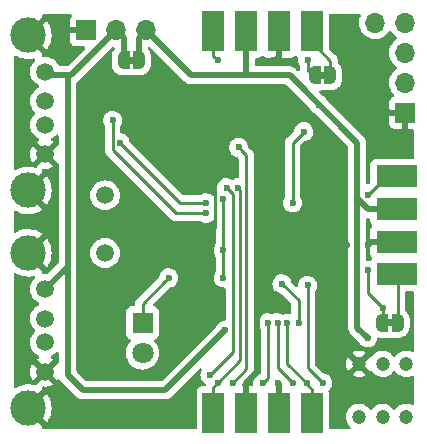
<source format=gbl>
G04 #@! TF.GenerationSoftware,KiCad,Pcbnew,6.0.8-f2edbf62ab~116~ubuntu22.04.1*
G04 #@! TF.CreationDate,2022-10-13T11:50:00+02:00*
G04 #@! TF.ProjectId,Dual USB Controller adapter,4475616c-2055-4534-9220-436f6e74726f,0.3*
G04 #@! TF.SameCoordinates,Original*
G04 #@! TF.FileFunction,Copper,L2,Bot*
G04 #@! TF.FilePolarity,Positive*
%FSLAX46Y46*%
G04 Gerber Fmt 4.6, Leading zero omitted, Abs format (unit mm)*
G04 Created by KiCad (PCBNEW 6.0.8-f2edbf62ab~116~ubuntu22.04.1) date 2022-10-13 11:50:00*
%MOMM*%
%LPD*%
G01*
G04 APERTURE LIST*
G04 Aperture macros list*
%AMFreePoly0*
4,1,22,0.500000,-0.750000,0.000000,-0.750000,0.000000,-0.745033,-0.079941,-0.743568,-0.215256,-0.701293,-0.333266,-0.622738,-0.424486,-0.514219,-0.481581,-0.384460,-0.499164,-0.250000,-0.500000,-0.250000,-0.500000,0.250000,-0.499164,0.250000,-0.499963,0.256109,-0.478152,0.396186,-0.417904,0.524511,-0.324060,0.630769,-0.204165,0.706417,-0.067858,0.745374,0.000000,0.744959,0.000000,0.750000,
0.500000,0.750000,0.500000,-0.750000,0.500000,-0.750000,$1*%
%AMFreePoly1*
4,1,20,0.000000,0.744959,0.073905,0.744508,0.209726,0.703889,0.328688,0.626782,0.421226,0.519385,0.479903,0.390333,0.500000,0.250000,0.500000,-0.250000,0.499851,-0.262216,0.476331,-0.402017,0.414519,-0.529596,0.319384,-0.634700,0.198574,-0.708877,0.061801,-0.746166,0.000000,-0.745033,0.000000,-0.750000,-0.500000,-0.750000,-0.500000,0.750000,0.000000,0.750000,0.000000,0.744959,
0.000000,0.744959,$1*%
G04 Aperture macros list end*
G04 #@! TA.AperFunction,ComponentPad*
%ADD10C,1.500000*%
G04 #@! TD*
G04 #@! TA.AperFunction,ComponentPad*
%ADD11C,3.000000*%
G04 #@! TD*
G04 #@! TA.AperFunction,SMDPad,CuDef*
%ADD12R,1.846667X3.480000*%
G04 #@! TD*
G04 #@! TA.AperFunction,ComponentPad*
%ADD13R,1.800000X1.800000*%
G04 #@! TD*
G04 #@! TA.AperFunction,ComponentPad*
%ADD14C,1.800000*%
G04 #@! TD*
G04 #@! TA.AperFunction,ComponentPad*
%ADD15C,1.200000*%
G04 #@! TD*
G04 #@! TA.AperFunction,ComponentPad*
%ADD16R,1.700000X1.700000*%
G04 #@! TD*
G04 #@! TA.AperFunction,ComponentPad*
%ADD17O,1.700000X1.700000*%
G04 #@! TD*
G04 #@! TA.AperFunction,SMDPad,CuDef*
%ADD18R,3.480000X1.846667*%
G04 #@! TD*
G04 #@! TA.AperFunction,SMDPad,CuDef*
%ADD19FreePoly0,180.000000*%
G04 #@! TD*
G04 #@! TA.AperFunction,SMDPad,CuDef*
%ADD20FreePoly1,180.000000*%
G04 #@! TD*
G04 #@! TA.AperFunction,SMDPad,CuDef*
%ADD21FreePoly0,0.000000*%
G04 #@! TD*
G04 #@! TA.AperFunction,SMDPad,CuDef*
%ADD22FreePoly1,0.000000*%
G04 #@! TD*
G04 #@! TA.AperFunction,ViaPad*
%ADD23C,0.600000*%
G04 #@! TD*
G04 #@! TA.AperFunction,Conductor*
%ADD24C,0.500000*%
G04 #@! TD*
G04 #@! TA.AperFunction,Conductor*
%ADD25C,0.250000*%
G04 #@! TD*
G04 APERTURE END LIST*
G36*
X175192500Y-67610000D02*
G01*
X174692500Y-67610000D01*
X174692500Y-67010000D01*
X175192500Y-67010000D01*
X175192500Y-67610000D01*
G37*
G36*
X191385000Y-68880000D02*
G01*
X190885000Y-68880000D01*
X190885000Y-68280000D01*
X191385000Y-68280000D01*
X191385000Y-68880000D01*
G37*
G36*
X197100000Y-89835000D02*
G01*
X196600000Y-89835000D01*
X196600000Y-89235000D01*
X197100000Y-89235000D01*
X197100000Y-89835000D01*
G37*
D10*
X167640000Y-93670000D03*
X167640000Y-91170000D03*
X167640000Y-89170000D03*
X167640000Y-86670000D03*
D11*
X166190000Y-96740000D03*
X166190000Y-83600000D03*
D12*
X181900000Y-64847500D03*
X184670000Y-64847500D03*
X187440000Y-64847500D03*
X190210000Y-64847500D03*
D10*
X167640000Y-75255000D03*
X167640000Y-72755000D03*
X167640000Y-70755000D03*
X167640000Y-68255000D03*
D11*
X166190000Y-78325000D03*
X166190000Y-65185000D03*
D12*
X181900000Y-97155000D03*
X184670000Y-97155000D03*
X187440000Y-97155000D03*
X190210000Y-97155000D03*
D13*
X175895000Y-89535000D03*
D14*
X175895000Y-92075000D03*
D15*
X198215000Y-93000000D03*
X196215000Y-93000000D03*
X194215000Y-93000000D03*
X198215000Y-97500000D03*
X196215000Y-97500000D03*
X194215000Y-97500000D03*
D10*
X172720000Y-78740000D03*
X172720000Y-83620000D03*
D16*
X171132500Y-64770000D03*
D17*
X173672500Y-64770000D03*
X176212500Y-64770000D03*
D18*
X197407500Y-77125000D03*
X197407500Y-79895000D03*
X197407500Y-82665000D03*
X197407500Y-85435000D03*
D17*
X195580000Y-64135000D03*
X198120000Y-64135000D03*
X198120000Y-66675000D03*
X198120000Y-69215000D03*
D16*
X198120000Y-71755000D03*
D19*
X175592500Y-67310000D03*
D20*
X174292500Y-67310000D03*
D21*
X190485000Y-68580000D03*
D22*
X191785000Y-68580000D03*
D21*
X196200000Y-89535000D03*
D22*
X197500000Y-89535000D03*
D23*
X193040000Y-78105000D03*
X171450000Y-76200000D03*
X173736000Y-70485000D03*
X187007500Y-69532500D03*
X196215000Y-69215000D03*
X182181500Y-74612500D03*
X180975000Y-88900000D03*
X185610500Y-81915000D03*
X181610000Y-81915000D03*
X194945000Y-82931000D03*
X171450000Y-93345000D03*
X187007500Y-67310000D03*
X193167000Y-82931000D03*
X182724997Y-79057500D03*
X182724997Y-85725000D03*
X182724997Y-83375498D03*
X189103000Y-89535000D03*
X187706002Y-86233000D03*
X173990000Y-74295000D03*
X181292500Y-79375000D03*
X181292500Y-80264000D03*
X173354994Y-72390000D03*
X178117500Y-85725000D03*
X188595000Y-94615000D03*
X187325000Y-89535000D03*
X189865000Y-86360000D03*
X191135000Y-94615000D03*
X189805000Y-94615000D03*
X188168025Y-89567620D03*
X183982620Y-78090289D03*
X182245000Y-94615000D03*
X186524997Y-89535000D03*
X186079442Y-94639442D03*
X184023000Y-74676000D03*
X183515000Y-94615000D03*
X183007000Y-78105002D03*
X181610000Y-93980000D03*
X189547500Y-73342500D03*
X188595000Y-79375000D03*
X187325000Y-94615000D03*
X189865000Y-67310000D03*
X182245000Y-67310000D03*
X196215000Y-88265000D03*
X194945000Y-85090000D03*
X194945000Y-78740000D03*
X194945000Y-90805000D03*
X190817498Y-71056500D03*
X182879996Y-90170000D03*
D24*
X177165000Y-70485000D02*
X177165000Y-70485000D01*
X177165000Y-70485000D02*
X173990000Y-70485000D01*
X173990000Y-70485000D02*
X173355000Y-70485000D01*
D25*
X180975000Y-88900000D02*
X180975000Y-82550000D01*
D24*
X185420000Y-73660000D02*
X185610500Y-73850500D01*
X181292500Y-74612500D02*
X177165000Y-70485000D01*
X196215000Y-69639264D02*
X196215000Y-69215000D01*
X185610500Y-82339264D02*
X185610500Y-81915000D01*
X182181500Y-74612500D02*
X181292500Y-74612500D01*
X187440000Y-64770000D02*
X187440000Y-67010000D01*
X184670000Y-94615000D02*
X185610500Y-93674500D01*
X171450000Y-93345000D02*
X170815000Y-92710000D01*
X185610500Y-93674500D02*
X185610500Y-82339264D01*
X177165000Y-70485000D02*
X177165000Y-70485000D01*
X171450000Y-72390000D02*
X171450000Y-75775736D01*
X186034764Y-81915000D02*
X185610500Y-81915000D01*
X197485000Y-82665000D02*
X195211000Y-82665000D01*
X170815000Y-76835000D02*
X171450000Y-76200000D01*
X185610500Y-81490736D02*
X185610500Y-81915000D01*
X196215000Y-71200000D02*
X196215000Y-69639264D01*
X195211000Y-82665000D02*
X194945000Y-82931000D01*
X187325000Y-81915000D02*
X186034764Y-81915000D01*
X196770000Y-71755000D02*
X196215000Y-71200000D01*
X191135000Y-89920000D02*
X191135000Y-85725000D01*
D25*
X180975000Y-82550000D02*
X181610000Y-81915000D01*
D24*
X184670000Y-97155000D02*
X184670000Y-94615000D01*
X198120000Y-71755000D02*
X196770000Y-71755000D01*
X185610500Y-73850500D02*
X185610500Y-81490736D01*
D25*
X182045000Y-81480000D02*
X182045000Y-74749000D01*
D24*
X187140000Y-67310000D02*
X187007500Y-67310000D01*
X182181500Y-74612500D02*
X183134000Y-73660000D01*
X171450000Y-75775736D02*
X171450000Y-76200000D01*
X191135000Y-85725000D02*
X187325000Y-81915000D01*
D25*
X181610000Y-81915000D02*
X182045000Y-81480000D01*
D24*
X173355000Y-70485000D02*
X171450000Y-72390000D01*
X187440000Y-67010000D02*
X187140000Y-67310000D01*
X183134000Y-73660000D02*
X185420000Y-73660000D01*
X194215000Y-93000000D02*
X191135000Y-89920000D01*
X170815000Y-92710000D02*
X170815000Y-76835000D01*
D25*
X182045000Y-74749000D02*
X182181500Y-74612500D01*
X182724997Y-85725000D02*
X182724997Y-79057500D01*
X189103000Y-87629998D02*
X187706002Y-86233000D01*
X189103000Y-89535000D02*
X189103000Y-87629998D01*
X179070000Y-79375000D02*
X173990000Y-74295000D01*
X181292500Y-79375000D02*
X179070000Y-79375000D01*
X178689000Y-80264000D02*
X173354994Y-74929994D01*
X181292500Y-80264000D02*
X178689000Y-80264000D01*
X173354994Y-74929994D02*
X173354994Y-72390000D01*
X175895000Y-89535000D02*
X175895000Y-87947500D01*
X177817501Y-86024999D02*
X178117500Y-85725000D01*
X175895000Y-87947500D02*
X177817501Y-86024999D01*
X187325000Y-89535000D02*
X187325000Y-93393884D01*
X187373884Y-93393884D02*
X188595000Y-94615000D01*
X187325000Y-93393884D02*
X187373884Y-93393884D01*
X189865000Y-93345000D02*
X189865000Y-86784264D01*
X189865000Y-86784264D02*
X189865000Y-86360000D01*
X191135000Y-94615000D02*
X189865000Y-93345000D01*
X189805000Y-94760000D02*
X189805000Y-94615000D01*
X190210000Y-97155000D02*
X190210000Y-95165000D01*
X188168025Y-92978025D02*
X189805000Y-94615000D01*
X188168025Y-89567620D02*
X188168025Y-92978025D01*
X190210000Y-95165000D02*
X189805000Y-94760000D01*
X184150000Y-78257669D02*
X183982620Y-78090289D01*
X181900000Y-97155000D02*
X181900000Y-94960000D01*
X181900000Y-94960000D02*
X182245000Y-94615000D01*
X184150000Y-92710000D02*
X184150000Y-78257669D01*
X182245000Y-94615000D02*
X184150000Y-92710000D01*
X186524997Y-89535000D02*
X186524997Y-94193887D01*
X186524997Y-94193887D02*
X186079442Y-94639442D01*
X183515000Y-94615000D02*
X184683514Y-93446486D01*
X184683514Y-75336514D02*
X184322999Y-74975999D01*
X184322999Y-74975999D02*
X184023000Y-74676000D01*
X184683514Y-93446486D02*
X184683514Y-75336514D01*
X183560999Y-78659001D02*
X183306999Y-78405001D01*
X183306999Y-78405001D02*
X183007000Y-78105002D01*
X181610000Y-93980000D02*
X183560999Y-92029001D01*
X183560999Y-92029001D02*
X183560999Y-78659001D01*
X188595000Y-74295000D02*
X189547500Y-73342500D01*
X188595000Y-79375000D02*
X188595000Y-74295000D01*
D24*
X187440000Y-97155000D02*
X187440000Y-94730000D01*
X187440000Y-94730000D02*
X187325000Y-94615000D01*
D25*
X189865000Y-67310000D02*
X189865000Y-68163700D01*
X189865000Y-68163700D02*
X190281300Y-68580000D01*
X190281300Y-68580000D02*
X190500000Y-68580000D01*
X181945001Y-67010001D02*
X182245000Y-67310000D01*
X181900000Y-66965000D02*
X181945001Y-67010001D01*
X181900000Y-64770000D02*
X181900000Y-66965000D01*
X196215000Y-88265000D02*
X196215000Y-89535000D01*
X194945000Y-86995000D02*
X196215000Y-88265000D01*
X194945000Y-85090000D02*
X194945000Y-86995000D01*
X194945000Y-78740000D02*
X196560000Y-77125000D01*
X196560000Y-77125000D02*
X197485000Y-77125000D01*
D24*
X194072499Y-78977501D02*
X194072499Y-74311501D01*
X180022500Y-68580000D02*
X184670000Y-68580000D01*
X194072499Y-74311501D02*
X188340998Y-68580000D01*
X194072499Y-78977501D02*
X194072499Y-89932499D01*
X175592500Y-65390000D02*
X176212500Y-64770000D01*
X175592500Y-67310000D02*
X175592500Y-65390000D01*
X194072499Y-89932499D02*
X194945000Y-90805000D01*
X194989998Y-79895000D02*
X194072499Y-78977501D01*
X176212500Y-64770000D02*
X180022500Y-68580000D01*
X188340998Y-68580000D02*
X184785000Y-68580000D01*
X197485000Y-79895000D02*
X194989998Y-79895000D01*
X184670000Y-68580000D02*
X184670000Y-64770000D01*
D25*
X191785000Y-67325000D02*
X190210000Y-65750000D01*
X191785000Y-68580000D02*
X191785000Y-67325000D01*
X190210000Y-65750000D02*
X190210000Y-64770000D01*
X197485000Y-89535000D02*
X197485000Y-85435000D01*
D24*
X174292500Y-65390000D02*
X173672500Y-64770000D01*
X169545000Y-84455000D02*
X169545000Y-75247500D01*
X167965000Y-68580000D02*
X167640000Y-68255000D01*
X169545000Y-84765000D02*
X167640000Y-86670000D01*
X169545000Y-68580000D02*
X169545000Y-74823236D01*
X169545000Y-73350000D02*
X169545000Y-73025000D01*
X170815000Y-95250000D02*
X169545000Y-93980000D01*
X169545000Y-93980000D02*
X169545000Y-84455000D01*
X169545000Y-84455000D02*
X169545000Y-84765000D01*
X169545000Y-74823236D02*
X169545000Y-75247500D01*
X169545000Y-73025000D02*
X169545000Y-75247500D01*
X173672500Y-64770000D02*
X169862500Y-68580000D01*
X169862500Y-68580000D02*
X167965000Y-68580000D01*
X177799996Y-95250000D02*
X170815000Y-95250000D01*
X174292500Y-67310000D02*
X174292500Y-65390000D01*
X182879996Y-90170000D02*
X177799996Y-95250000D01*
G04 #@! TA.AperFunction,Conductor*
G36*
X165166456Y-85328348D02*
G01*
X165235271Y-85371515D01*
X165242807Y-85375556D01*
X165484520Y-85484694D01*
X165492551Y-85487680D01*
X165746832Y-85563002D01*
X165755184Y-85564869D01*
X166017340Y-85604984D01*
X166025874Y-85605700D01*
X166291045Y-85609867D01*
X166299596Y-85609418D01*
X166562883Y-85577557D01*
X166571287Y-85575954D01*
X166640333Y-85557841D01*
X166711300Y-85559903D01*
X166769886Y-85600004D01*
X166797492Y-85665414D01*
X166785352Y-85735365D01*
X166761401Y-85768812D01*
X166672251Y-85857962D01*
X166669094Y-85862470D01*
X166669092Y-85862473D01*
X166549101Y-86033838D01*
X166545944Y-86038347D01*
X166543621Y-86043329D01*
X166543618Y-86043334D01*
X166539230Y-86052745D01*
X166452880Y-86237924D01*
X166395885Y-86450629D01*
X166376693Y-86670000D01*
X166395885Y-86889371D01*
X166452880Y-87102076D01*
X166455205Y-87107061D01*
X166543618Y-87296666D01*
X166543621Y-87296671D01*
X166545944Y-87301653D01*
X166549100Y-87306160D01*
X166549101Y-87306162D01*
X166661683Y-87466945D01*
X166672251Y-87482038D01*
X166827962Y-87637749D01*
X167008346Y-87764056D01*
X167013331Y-87766380D01*
X167013337Y-87766384D01*
X167097877Y-87805805D01*
X167151163Y-87852722D01*
X167170624Y-87920999D01*
X167150082Y-87988959D01*
X167097878Y-88034195D01*
X167013334Y-88073618D01*
X167013329Y-88073621D01*
X167008347Y-88075944D01*
X167003840Y-88079100D01*
X167003838Y-88079101D01*
X166832473Y-88199092D01*
X166832470Y-88199094D01*
X166827962Y-88202251D01*
X166672251Y-88357962D01*
X166669094Y-88362470D01*
X166669092Y-88362473D01*
X166602783Y-88457172D01*
X166545944Y-88538347D01*
X166543621Y-88543329D01*
X166543618Y-88543334D01*
X166531649Y-88569002D01*
X166452880Y-88737924D01*
X166395885Y-88950629D01*
X166376693Y-89170000D01*
X166395885Y-89389371D01*
X166452880Y-89602076D01*
X166480680Y-89661693D01*
X166543618Y-89796666D01*
X166543621Y-89796671D01*
X166545944Y-89801653D01*
X166549100Y-89806160D01*
X166549101Y-89806162D01*
X166668578Y-89976792D01*
X166672251Y-89982038D01*
X166771118Y-90080905D01*
X166805144Y-90143217D01*
X166800079Y-90214032D01*
X166771118Y-90259095D01*
X166672251Y-90357962D01*
X166669094Y-90362470D01*
X166669092Y-90362473D01*
X166582226Y-90486531D01*
X166545944Y-90538347D01*
X166543621Y-90543329D01*
X166543618Y-90543334D01*
X166496415Y-90644562D01*
X166452880Y-90737924D01*
X166395885Y-90950629D01*
X166376693Y-91170000D01*
X166395885Y-91389371D01*
X166452880Y-91602076D01*
X166463357Y-91624544D01*
X166543618Y-91796666D01*
X166543621Y-91796671D01*
X166545944Y-91801653D01*
X166549100Y-91806160D01*
X166549101Y-91806162D01*
X166653006Y-91954553D01*
X166672251Y-91982038D01*
X166827962Y-92137749D01*
X166832471Y-92140906D01*
X166832473Y-92140908D01*
X166841686Y-92147359D01*
X167008346Y-92264056D01*
X167013328Y-92266379D01*
X167013333Y-92266382D01*
X167098469Y-92306081D01*
X167151754Y-92352998D01*
X167171215Y-92421276D01*
X167150673Y-92489235D01*
X167098469Y-92534471D01*
X167013583Y-92574054D01*
X167004093Y-92579534D01*
X166962851Y-92608411D01*
X166954477Y-92618887D01*
X166961545Y-92632334D01*
X167627189Y-93297979D01*
X167641132Y-93305592D01*
X167642966Y-93305461D01*
X167649580Y-93301210D01*
X168319180Y-92631609D01*
X168325607Y-92619839D01*
X168316313Y-92607825D01*
X168275912Y-92579536D01*
X168266416Y-92574053D01*
X168181531Y-92534471D01*
X168128246Y-92487554D01*
X168108785Y-92419276D01*
X168129327Y-92351316D01*
X168181531Y-92306081D01*
X168266667Y-92266382D01*
X168266672Y-92266379D01*
X168271654Y-92264056D01*
X168438314Y-92147359D01*
X168447527Y-92140908D01*
X168447529Y-92140906D01*
X168452038Y-92137749D01*
X168571405Y-92018382D01*
X168633717Y-91984356D01*
X168704532Y-91989421D01*
X168761368Y-92031968D01*
X168786179Y-92098488D01*
X168786500Y-92107477D01*
X168786500Y-92858223D01*
X168766498Y-92926344D01*
X168719122Y-92969756D01*
X168677665Y-92991546D01*
X168012021Y-93657189D01*
X168004408Y-93671132D01*
X168004539Y-93672966D01*
X168008790Y-93679580D01*
X168678391Y-94349180D01*
X168690161Y-94355607D01*
X168711162Y-94339360D01*
X168777280Y-94313497D01*
X168846885Y-94327485D01*
X168893634Y-94369932D01*
X168902186Y-94382976D01*
X168904523Y-94386680D01*
X168942405Y-94449107D01*
X168946121Y-94453315D01*
X168946122Y-94453316D01*
X168949803Y-94457484D01*
X168949776Y-94457508D01*
X168952429Y-94460500D01*
X168955132Y-94463733D01*
X168959144Y-94469852D01*
X168964456Y-94474884D01*
X169015383Y-94523128D01*
X169017825Y-94525506D01*
X170231230Y-95738911D01*
X170243616Y-95753323D01*
X170252149Y-95764918D01*
X170252154Y-95764923D01*
X170256492Y-95770818D01*
X170262070Y-95775557D01*
X170262073Y-95775560D01*
X170296768Y-95805035D01*
X170304284Y-95811965D01*
X170309979Y-95817660D01*
X170312861Y-95819940D01*
X170332251Y-95835281D01*
X170335655Y-95838072D01*
X170385703Y-95880591D01*
X170391285Y-95885333D01*
X170397801Y-95888661D01*
X170402850Y-95892028D01*
X170407979Y-95895195D01*
X170413716Y-95899734D01*
X170479875Y-95930655D01*
X170483769Y-95932558D01*
X170548808Y-95965769D01*
X170555916Y-95967508D01*
X170561559Y-95969607D01*
X170567322Y-95971524D01*
X170573950Y-95974622D01*
X170581112Y-95976112D01*
X170581113Y-95976112D01*
X170645412Y-95989486D01*
X170649696Y-95990456D01*
X170720610Y-96007808D01*
X170726212Y-96008156D01*
X170726215Y-96008156D01*
X170731764Y-96008500D01*
X170731762Y-96008536D01*
X170735755Y-96008775D01*
X170739947Y-96009149D01*
X170747115Y-96010640D01*
X170824520Y-96008546D01*
X170827928Y-96008500D01*
X177732926Y-96008500D01*
X177751876Y-96009933D01*
X177766111Y-96012099D01*
X177766115Y-96012099D01*
X177773345Y-96013199D01*
X177780637Y-96012606D01*
X177780640Y-96012606D01*
X177826014Y-96008915D01*
X177836229Y-96008500D01*
X177844289Y-96008500D01*
X177861676Y-96006473D01*
X177872503Y-96005211D01*
X177876878Y-96004778D01*
X177942335Y-95999454D01*
X177942338Y-95999453D01*
X177949633Y-95998860D01*
X177956597Y-95996604D01*
X177962556Y-95995413D01*
X177968411Y-95994029D01*
X177975677Y-95993182D01*
X178044323Y-95968265D01*
X178048451Y-95966848D01*
X178110932Y-95946607D01*
X178110934Y-95946606D01*
X178117895Y-95944351D01*
X178124150Y-95940555D01*
X178129624Y-95938049D01*
X178135054Y-95935330D01*
X178141933Y-95932833D01*
X178148054Y-95928820D01*
X178202972Y-95892814D01*
X178206676Y-95890477D01*
X178269103Y-95852595D01*
X178277480Y-95845197D01*
X178277504Y-95845224D01*
X178280496Y-95842571D01*
X178283729Y-95839868D01*
X178289848Y-95835856D01*
X178343124Y-95779617D01*
X178345502Y-95777175D01*
X180730528Y-93392149D01*
X180792840Y-93358123D01*
X180863655Y-93363188D01*
X180920491Y-93405735D01*
X180945302Y-93472255D01*
X180930211Y-93541629D01*
X180925545Y-93549482D01*
X180881235Y-93618238D01*
X180878826Y-93624858D01*
X180878824Y-93624861D01*
X180829964Y-93759103D01*
X180819197Y-93788685D01*
X180796463Y-93968640D01*
X180814163Y-94149160D01*
X180871418Y-94321273D01*
X180875065Y-94327295D01*
X180875066Y-94327297D01*
X180956077Y-94461062D01*
X180965380Y-94476424D01*
X180970269Y-94481487D01*
X180970270Y-94481488D01*
X180979939Y-94491500D01*
X181091382Y-94606902D01*
X181144466Y-94641639D01*
X181195551Y-94675068D01*
X181241599Y-94729105D01*
X181251123Y-94799460D01*
X181221099Y-94863795D01*
X181161058Y-94901685D01*
X181126558Y-94906500D01*
X180928533Y-94906500D01*
X180866351Y-94913255D01*
X180729962Y-94964385D01*
X180613406Y-95051739D01*
X180526052Y-95168295D01*
X180474922Y-95304684D01*
X180468167Y-95366866D01*
X180468167Y-98425500D01*
X180448165Y-98493621D01*
X180394509Y-98540114D01*
X180342167Y-98551500D01*
X167497927Y-98551500D01*
X167429806Y-98531498D01*
X167383313Y-98477842D01*
X167373209Y-98407568D01*
X167395395Y-98352266D01*
X167413125Y-98327442D01*
X167406608Y-98315818D01*
X165919885Y-96829095D01*
X165885859Y-96766783D01*
X165887694Y-96741132D01*
X166554408Y-96741132D01*
X166554539Y-96742965D01*
X166558790Y-96749580D01*
X167765730Y-97956520D01*
X167777939Y-97963187D01*
X167789439Y-97954497D01*
X167886831Y-97821913D01*
X167891418Y-97814685D01*
X168017962Y-97581621D01*
X168021530Y-97573827D01*
X168115271Y-97325750D01*
X168117748Y-97317544D01*
X168176954Y-97059038D01*
X168178294Y-97050577D01*
X168202031Y-96784616D01*
X168202277Y-96779677D01*
X168202666Y-96742485D01*
X168202523Y-96737519D01*
X168184362Y-96471123D01*
X168183201Y-96462649D01*
X168129419Y-96202944D01*
X168127120Y-96194709D01*
X168038588Y-95944705D01*
X168035191Y-95936854D01*
X167913550Y-95701178D01*
X167909122Y-95693866D01*
X167790031Y-95524417D01*
X167779509Y-95516037D01*
X167766121Y-95523089D01*
X166562022Y-96727188D01*
X166554408Y-96741132D01*
X165887694Y-96741132D01*
X165890924Y-96695968D01*
X165919885Y-96650905D01*
X167406604Y-95164186D01*
X167413795Y-95151017D01*
X167396742Y-95127177D01*
X167398074Y-95126224D01*
X167369931Y-95085021D01*
X167367938Y-95014052D01*
X167404631Y-94953273D01*
X167468358Y-94921979D01*
X167500765Y-94920624D01*
X167634514Y-94932326D01*
X167645475Y-94932326D01*
X167853804Y-94914099D01*
X167864599Y-94912196D01*
X168066595Y-94858072D01*
X168076887Y-94854326D01*
X168266416Y-94765947D01*
X168275912Y-94760464D01*
X168317148Y-94731590D01*
X168325523Y-94721112D01*
X168318457Y-94707668D01*
X167652811Y-94042021D01*
X167638868Y-94034408D01*
X167637034Y-94034539D01*
X167630420Y-94038790D01*
X166960820Y-94708391D01*
X166939167Y-94748045D01*
X166936031Y-94762465D01*
X166885832Y-94812670D01*
X166816458Y-94827765D01*
X166790921Y-94823265D01*
X166612592Y-94772467D01*
X166604214Y-94770685D01*
X166341656Y-94733318D01*
X166333111Y-94732691D01*
X166067908Y-94731302D01*
X166059374Y-94731839D01*
X165796433Y-94766456D01*
X165788035Y-94768149D01*
X165532238Y-94838127D01*
X165524143Y-94840946D01*
X165280199Y-94944997D01*
X165272576Y-94948881D01*
X165164206Y-95013739D01*
X165095482Y-95031559D01*
X165028034Y-95009395D01*
X164983276Y-94954284D01*
X164973500Y-94905623D01*
X164973500Y-93675475D01*
X166377674Y-93675475D01*
X166395901Y-93883804D01*
X166397804Y-93894599D01*
X166451928Y-94096595D01*
X166455674Y-94106887D01*
X166544054Y-94296417D01*
X166549534Y-94305907D01*
X166578411Y-94347149D01*
X166588887Y-94355523D01*
X166602334Y-94348455D01*
X167267979Y-93682811D01*
X167275592Y-93668868D01*
X167275461Y-93667034D01*
X167271210Y-93660420D01*
X166601609Y-92990820D01*
X166589839Y-92984393D01*
X166577824Y-92993689D01*
X166549534Y-93034093D01*
X166544054Y-93043583D01*
X166455674Y-93233113D01*
X166451928Y-93243405D01*
X166397804Y-93445401D01*
X166395901Y-93456196D01*
X166377674Y-93664525D01*
X166377674Y-93675475D01*
X164973500Y-93675475D01*
X164973500Y-85435086D01*
X164993502Y-85366965D01*
X165047158Y-85320472D01*
X165117432Y-85310368D01*
X165166456Y-85328348D01*
G37*
G04 #@! TD.AperFunction*
G04 #@! TA.AperFunction,Conductor*
G36*
X176559512Y-66190147D02*
G01*
X176566095Y-66196276D01*
X179438730Y-69068911D01*
X179451116Y-69083323D01*
X179459649Y-69094918D01*
X179459654Y-69094923D01*
X179463992Y-69100818D01*
X179469570Y-69105557D01*
X179469573Y-69105560D01*
X179504268Y-69135035D01*
X179511784Y-69141965D01*
X179517480Y-69147661D01*
X179520341Y-69149924D01*
X179520346Y-69149929D01*
X179539766Y-69165293D01*
X179543167Y-69168082D01*
X179598785Y-69215333D01*
X179605298Y-69218659D01*
X179610337Y-69222020D01*
X179615479Y-69225196D01*
X179621216Y-69229734D01*
X179687375Y-69260655D01*
X179691269Y-69262558D01*
X179756308Y-69295769D01*
X179763417Y-69297508D01*
X179769051Y-69299604D01*
X179774821Y-69301523D01*
X179781450Y-69304622D01*
X179788613Y-69306112D01*
X179788616Y-69306113D01*
X179839330Y-69316661D01*
X179852935Y-69319491D01*
X179857201Y-69320457D01*
X179928110Y-69337808D01*
X179933712Y-69338156D01*
X179933715Y-69338156D01*
X179939264Y-69338500D01*
X179939262Y-69338535D01*
X179943234Y-69338775D01*
X179947455Y-69339152D01*
X179954615Y-69340641D01*
X180032042Y-69338546D01*
X180035450Y-69338500D01*
X184642165Y-69338500D01*
X184649966Y-69338742D01*
X184711298Y-69342547D01*
X184724260Y-69340320D01*
X184745596Y-69338500D01*
X187974627Y-69338500D01*
X188042748Y-69358502D01*
X188063722Y-69375405D01*
X190058490Y-71370173D01*
X190078093Y-71398271D01*
X190078916Y-71397773D01*
X190153546Y-71521002D01*
X190172878Y-71552924D01*
X190177767Y-71557987D01*
X190177768Y-71557988D01*
X190196263Y-71577140D01*
X190298880Y-71683402D01*
X190450657Y-71782722D01*
X190457261Y-71785178D01*
X190457363Y-71785216D01*
X190457462Y-71785280D01*
X190463550Y-71788355D01*
X190463232Y-71788984D01*
X190502535Y-71814218D01*
X193277094Y-74588777D01*
X193311120Y-74651089D01*
X193313999Y-74677872D01*
X193313999Y-78910431D01*
X193312566Y-78929381D01*
X193309300Y-78950850D01*
X193309893Y-78958142D01*
X193309893Y-78958145D01*
X193313584Y-79003519D01*
X193313999Y-79013734D01*
X193313999Y-89865429D01*
X193312566Y-89884379D01*
X193309300Y-89905848D01*
X193309893Y-89913140D01*
X193309893Y-89913143D01*
X193313584Y-89958517D01*
X193313999Y-89968732D01*
X193313999Y-89976792D01*
X193314424Y-89980436D01*
X193317288Y-90005006D01*
X193317721Y-90009381D01*
X193320451Y-90042939D01*
X193323639Y-90082136D01*
X193325895Y-90089100D01*
X193327086Y-90095059D01*
X193328470Y-90100914D01*
X193329317Y-90108180D01*
X193354234Y-90176826D01*
X193355651Y-90180954D01*
X193378148Y-90250398D01*
X193381944Y-90256653D01*
X193384450Y-90262127D01*
X193387169Y-90267557D01*
X193389666Y-90274436D01*
X193393679Y-90280556D01*
X193393679Y-90280557D01*
X193429685Y-90335475D01*
X193432022Y-90339179D01*
X193469904Y-90401606D01*
X193473620Y-90405814D01*
X193473621Y-90405815D01*
X193477302Y-90409983D01*
X193477275Y-90410007D01*
X193479928Y-90412999D01*
X193482631Y-90416232D01*
X193486643Y-90422351D01*
X193491955Y-90427383D01*
X193542882Y-90475627D01*
X193545324Y-90478005D01*
X194185992Y-91118673D01*
X194205595Y-91146771D01*
X194206418Y-91146273D01*
X194300380Y-91301424D01*
X194305269Y-91306487D01*
X194305270Y-91306488D01*
X194372636Y-91376247D01*
X194426382Y-91431902D01*
X194578159Y-91531222D01*
X194584763Y-91533678D01*
X194584765Y-91533679D01*
X194741558Y-91591990D01*
X194741560Y-91591990D01*
X194748168Y-91594448D01*
X194831995Y-91605633D01*
X194920980Y-91617507D01*
X194920984Y-91617507D01*
X194927961Y-91618438D01*
X194934972Y-91617800D01*
X194934976Y-91617800D01*
X195077459Y-91604832D01*
X195108600Y-91601998D01*
X195115302Y-91599820D01*
X195115304Y-91599820D01*
X195274409Y-91548124D01*
X195274412Y-91548123D01*
X195281108Y-91545947D01*
X195436912Y-91453069D01*
X195568266Y-91327982D01*
X195668643Y-91176902D01*
X195728146Y-91020261D01*
X195730555Y-91013920D01*
X195730556Y-91013918D01*
X195733055Y-91007338D01*
X195740255Y-90956106D01*
X195753610Y-90861083D01*
X195782898Y-90796409D01*
X195842502Y-90757836D01*
X195915956Y-90758352D01*
X195966039Y-90773999D01*
X195970463Y-90774716D01*
X195970465Y-90774716D01*
X196007597Y-90780730D01*
X196109821Y-90797287D01*
X196176782Y-90798514D01*
X196248539Y-90799830D01*
X196248541Y-90799830D01*
X196253020Y-90799912D01*
X196257465Y-90799359D01*
X196261944Y-90799122D01*
X196261951Y-90799249D01*
X196270339Y-90798729D01*
X196700000Y-90798729D01*
X196732438Y-90796409D01*
X196766373Y-90793982D01*
X196766374Y-90793982D01*
X196773111Y-90793500D01*
X196809440Y-90782833D01*
X196862868Y-90779012D01*
X197000000Y-90798729D01*
X197487322Y-90798729D01*
X197489630Y-90798750D01*
X197553020Y-90799912D01*
X197581142Y-90796409D01*
X197693128Y-90782460D01*
X197693132Y-90782459D01*
X197697565Y-90781907D01*
X197835745Y-90744234D01*
X197839862Y-90742452D01*
X197839866Y-90742451D01*
X197965296Y-90688173D01*
X197965301Y-90688171D01*
X197969420Y-90686388D01*
X198091472Y-90611448D01*
X198171129Y-90545316D01*
X198200093Y-90521270D01*
X198200095Y-90521268D01*
X198203540Y-90518408D01*
X198299654Y-90412224D01*
X198306816Y-90401606D01*
X198378599Y-90295183D01*
X198378602Y-90295178D01*
X198381107Y-90291464D01*
X198383982Y-90285531D01*
X198441596Y-90166613D01*
X198443554Y-90162572D01*
X198487838Y-90023812D01*
X198511600Y-89882574D01*
X198518682Y-89803627D01*
X198518833Y-89791285D01*
X198513995Y-89716964D01*
X198513729Y-89708779D01*
X198513729Y-89364481D01*
X198514233Y-89353223D01*
X198518464Y-89306053D01*
X198518682Y-89303627D01*
X198518833Y-89291285D01*
X198513683Y-89212171D01*
X198493379Y-89070394D01*
X198459959Y-88956106D01*
X198453755Y-88934892D01*
X198452497Y-88930590D01*
X198393217Y-88800211D01*
X198390805Y-88796440D01*
X198390801Y-88796432D01*
X198317157Y-88681279D01*
X198317156Y-88681278D01*
X198314742Y-88677503D01*
X198221252Y-88569002D01*
X198161671Y-88517026D01*
X198123486Y-88457172D01*
X198118500Y-88422077D01*
X198118500Y-86992833D01*
X198138502Y-86924712D01*
X198192158Y-86878219D01*
X198244500Y-86866833D01*
X198755500Y-86866833D01*
X198823621Y-86886835D01*
X198870114Y-86940491D01*
X198881500Y-86992833D01*
X198881500Y-91886432D01*
X198861498Y-91954553D01*
X198807842Y-92001046D01*
X198737568Y-92011150D01*
X198708810Y-92003462D01*
X198536549Y-91934737D01*
X198531180Y-91932595D01*
X198356663Y-91897881D01*
X198337032Y-91893976D01*
X198337031Y-91893976D01*
X198331366Y-91892849D01*
X198325592Y-91892773D01*
X198325588Y-91892773D01*
X198222452Y-91891424D01*
X198127655Y-91890183D01*
X198121958Y-91891162D01*
X198121957Y-91891162D01*
X198102671Y-91894476D01*
X197926870Y-91924684D01*
X197735734Y-91995198D01*
X197730773Y-91998150D01*
X197730772Y-91998150D01*
X197614939Y-92067064D01*
X197560649Y-92099363D01*
X197407478Y-92233690D01*
X197313395Y-92353034D01*
X197255515Y-92394146D01*
X197184595Y-92397440D01*
X197123152Y-92361869D01*
X197113488Y-92350416D01*
X197045758Y-92259715D01*
X197045758Y-92259714D01*
X197042305Y-92255091D01*
X196952646Y-92172211D01*
X196896943Y-92120719D01*
X196896940Y-92120717D01*
X196892703Y-92116800D01*
X196786947Y-92050073D01*
X196725288Y-92011169D01*
X196725283Y-92011167D01*
X196720404Y-92008088D01*
X196531180Y-91932595D01*
X196356663Y-91897881D01*
X196337032Y-91893976D01*
X196337031Y-91893976D01*
X196331366Y-91892849D01*
X196325592Y-91892773D01*
X196325588Y-91892773D01*
X196222452Y-91891424D01*
X196127655Y-91890183D01*
X196121958Y-91891162D01*
X196121957Y-91891162D01*
X196102671Y-91894476D01*
X195926870Y-91924684D01*
X195735734Y-91995198D01*
X195730773Y-91998150D01*
X195730772Y-91998150D01*
X195614939Y-92067064D01*
X195560649Y-92099363D01*
X195407478Y-92233690D01*
X195403907Y-92238220D01*
X195403906Y-92238221D01*
X195297274Y-92373482D01*
X195239392Y-92414595D01*
X195189174Y-92421143D01*
X195161457Y-92419125D01*
X195147449Y-92426762D01*
X194587021Y-92987189D01*
X194579408Y-93001132D01*
X194579539Y-93002966D01*
X194583790Y-93009580D01*
X195145239Y-93571028D01*
X195159176Y-93578639D01*
X195190419Y-93576404D01*
X195259793Y-93591495D01*
X195302305Y-93629363D01*
X195368479Y-93722997D01*
X195372613Y-93727024D01*
X195471013Y-93822881D01*
X195514410Y-93865157D01*
X195519206Y-93868362D01*
X195519209Y-93868364D01*
X195641600Y-93950143D01*
X195683803Y-93978342D01*
X195689106Y-93980620D01*
X195689109Y-93980622D01*
X195865680Y-94056483D01*
X195870987Y-94058763D01*
X195943817Y-94075243D01*
X196064055Y-94102450D01*
X196064060Y-94102451D01*
X196069692Y-94103725D01*
X196075463Y-94103952D01*
X196075465Y-94103952D01*
X196138470Y-94106427D01*
X196273263Y-94111723D01*
X196474883Y-94082490D01*
X196480347Y-94080635D01*
X196480352Y-94080634D01*
X196662327Y-94018862D01*
X196662332Y-94018860D01*
X196667799Y-94017004D01*
X196673653Y-94013726D01*
X196754159Y-93968640D01*
X196845551Y-93917458D01*
X197002186Y-93787186D01*
X197119733Y-93645851D01*
X197178670Y-93606267D01*
X197249652Y-93604831D01*
X197310143Y-93641998D01*
X197319503Y-93653699D01*
X197354151Y-93702724D01*
X197368479Y-93722997D01*
X197372613Y-93727024D01*
X197471013Y-93822881D01*
X197514410Y-93865157D01*
X197519206Y-93868362D01*
X197519209Y-93868364D01*
X197641600Y-93950143D01*
X197683803Y-93978342D01*
X197689106Y-93980620D01*
X197689109Y-93980622D01*
X197865680Y-94056483D01*
X197870987Y-94058763D01*
X197943817Y-94075243D01*
X198064055Y-94102450D01*
X198064060Y-94102451D01*
X198069692Y-94103725D01*
X198075463Y-94103952D01*
X198075465Y-94103952D01*
X198138470Y-94106427D01*
X198273263Y-94111723D01*
X198474883Y-94082490D01*
X198480347Y-94080635D01*
X198480352Y-94080634D01*
X198662327Y-94018862D01*
X198662332Y-94018860D01*
X198667799Y-94017004D01*
X198693935Y-94002367D01*
X198763143Y-93986534D01*
X198829925Y-94010632D01*
X198873078Y-94067009D01*
X198881500Y-94112302D01*
X198881500Y-96386432D01*
X198861498Y-96454553D01*
X198807842Y-96501046D01*
X198737568Y-96511150D01*
X198708810Y-96503462D01*
X198536549Y-96434737D01*
X198531180Y-96432595D01*
X198331366Y-96392849D01*
X198325592Y-96392773D01*
X198325588Y-96392773D01*
X198222452Y-96391424D01*
X198127655Y-96390183D01*
X198121958Y-96391162D01*
X198121957Y-96391162D01*
X197932567Y-96423705D01*
X197926870Y-96424684D01*
X197735734Y-96495198D01*
X197730773Y-96498150D01*
X197730772Y-96498150D01*
X197721844Y-96503462D01*
X197560649Y-96599363D01*
X197407478Y-96733690D01*
X197313395Y-96853034D01*
X197255515Y-96894146D01*
X197184595Y-96897440D01*
X197123152Y-96861869D01*
X197113488Y-96850416D01*
X197045758Y-96759715D01*
X197045758Y-96759714D01*
X197042305Y-96755091D01*
X196952646Y-96672211D01*
X196896943Y-96620719D01*
X196896940Y-96620717D01*
X196892703Y-96616800D01*
X196846675Y-96587759D01*
X196725288Y-96511169D01*
X196725283Y-96511167D01*
X196720404Y-96508088D01*
X196531180Y-96432595D01*
X196331366Y-96392849D01*
X196325592Y-96392773D01*
X196325588Y-96392773D01*
X196222452Y-96391424D01*
X196127655Y-96390183D01*
X196121958Y-96391162D01*
X196121957Y-96391162D01*
X195932567Y-96423705D01*
X195926870Y-96424684D01*
X195735734Y-96495198D01*
X195730773Y-96498150D01*
X195730772Y-96498150D01*
X195721844Y-96503462D01*
X195560649Y-96599363D01*
X195407478Y-96733690D01*
X195313395Y-96853034D01*
X195255515Y-96894146D01*
X195184595Y-96897440D01*
X195123152Y-96861869D01*
X195113488Y-96850416D01*
X195045758Y-96759715D01*
X195045758Y-96759714D01*
X195042305Y-96755091D01*
X194952646Y-96672211D01*
X194896943Y-96620719D01*
X194896940Y-96620717D01*
X194892703Y-96616800D01*
X194846675Y-96587759D01*
X194725288Y-96511169D01*
X194725283Y-96511167D01*
X194720404Y-96508088D01*
X194531180Y-96432595D01*
X194331366Y-96392849D01*
X194325592Y-96392773D01*
X194325588Y-96392773D01*
X194222452Y-96391424D01*
X194127655Y-96390183D01*
X194121958Y-96391162D01*
X194121957Y-96391162D01*
X193932567Y-96423705D01*
X193926870Y-96424684D01*
X193735734Y-96495198D01*
X193730773Y-96498150D01*
X193730772Y-96498150D01*
X193721844Y-96503462D01*
X193560649Y-96599363D01*
X193407478Y-96733690D01*
X193403911Y-96738215D01*
X193403906Y-96738220D01*
X193317331Y-96848040D01*
X193281351Y-96893681D01*
X193186492Y-97073978D01*
X193126078Y-97268543D01*
X193102132Y-97470859D01*
X193115457Y-97674151D01*
X193165605Y-97871610D01*
X193250898Y-98056624D01*
X193368479Y-98222997D01*
X193463763Y-98315818D01*
X193483706Y-98335246D01*
X193518543Y-98397107D01*
X193514406Y-98467983D01*
X193472607Y-98525371D01*
X193406417Y-98551051D01*
X193395784Y-98551500D01*
X191767833Y-98551500D01*
X191699712Y-98531498D01*
X191653219Y-98477842D01*
X191641833Y-98425500D01*
X191641833Y-95366866D01*
X191636941Y-95321831D01*
X191649469Y-95251949D01*
X191675312Y-95216978D01*
X191733980Y-95161109D01*
X191758266Y-95137982D01*
X191858643Y-94986902D01*
X191901458Y-94874192D01*
X191920555Y-94823920D01*
X191920556Y-94823918D01*
X191923055Y-94817338D01*
X191932639Y-94749146D01*
X191947748Y-94641639D01*
X191947748Y-94641636D01*
X191948299Y-94637717D01*
X191948616Y-94615000D01*
X191928397Y-94434745D01*
X191911664Y-94386695D01*
X191871064Y-94270106D01*
X191871062Y-94270103D01*
X191868745Y-94263448D01*
X191792951Y-94142151D01*
X191776359Y-94115598D01*
X191772626Y-94109624D01*
X191767664Y-94104627D01*
X191649778Y-93985915D01*
X191649774Y-93985912D01*
X191644815Y-93980918D01*
X191582377Y-93941294D01*
X193638066Y-93941294D01*
X193647948Y-93953783D01*
X193679239Y-93974691D01*
X193689349Y-93980181D01*
X193865835Y-94056005D01*
X193876778Y-94059560D01*
X194064120Y-94101952D01*
X194075530Y-94103454D01*
X194267469Y-94110995D01*
X194278951Y-94110393D01*
X194469045Y-94082832D01*
X194480240Y-94080144D01*
X194662131Y-94018400D01*
X194672628Y-94013726D01*
X194783032Y-93951898D01*
X194792895Y-93941821D01*
X194789940Y-93934151D01*
X194227811Y-93372021D01*
X194213868Y-93364408D01*
X194212034Y-93364539D01*
X194205420Y-93368790D01*
X193644259Y-93929952D01*
X193638066Y-93941294D01*
X191582377Y-93941294D01*
X191491666Y-93883727D01*
X191420461Y-93858372D01*
X191327425Y-93825243D01*
X191327420Y-93825242D01*
X191320790Y-93822881D01*
X191313802Y-93822048D01*
X191313799Y-93822047D01*
X191271008Y-93816945D01*
X191205734Y-93789018D01*
X191196831Y-93780926D01*
X190535405Y-93119500D01*
X190501379Y-93057188D01*
X190498500Y-93030405D01*
X190498500Y-92976638D01*
X193103012Y-92976638D01*
X193115575Y-93168304D01*
X193117376Y-93179674D01*
X193164657Y-93365843D01*
X193168498Y-93376690D01*
X193248916Y-93551130D01*
X193254664Y-93561086D01*
X193260788Y-93569751D01*
X193271377Y-93578140D01*
X193284676Y-93571113D01*
X193842979Y-93012811D01*
X193850592Y-92998868D01*
X193850461Y-92997034D01*
X193846210Y-92990420D01*
X193283538Y-92427749D01*
X193271163Y-92420992D01*
X193265197Y-92425458D01*
X193189645Y-92569058D01*
X193185242Y-92579691D01*
X193128281Y-92763132D01*
X193125891Y-92774376D01*
X193103313Y-92965137D01*
X193103012Y-92976638D01*
X190498500Y-92976638D01*
X190498500Y-92058675D01*
X193637788Y-92058675D01*
X193641275Y-92067064D01*
X194202189Y-92627979D01*
X194216132Y-92635592D01*
X194217966Y-92635461D01*
X194224580Y-92631210D01*
X194785285Y-92070504D01*
X194792042Y-92058129D01*
X194786012Y-92050073D01*
X194725061Y-92011616D01*
X194714813Y-92006395D01*
X194536401Y-91935216D01*
X194525373Y-91931949D01*
X194336982Y-91894476D01*
X194325535Y-91893273D01*
X194133477Y-91890759D01*
X194121997Y-91891662D01*
X193932697Y-91924190D01*
X193921577Y-91927170D01*
X193741365Y-91993653D01*
X193730991Y-91998601D01*
X193647385Y-92048342D01*
X193637788Y-92058675D01*
X190498500Y-92058675D01*
X190498500Y-86905620D01*
X190519552Y-86835893D01*
X190584742Y-86737773D01*
X190588643Y-86731902D01*
X190646233Y-86580297D01*
X190650555Y-86568920D01*
X190650556Y-86568918D01*
X190653055Y-86562338D01*
X190657814Y-86528475D01*
X190677748Y-86386639D01*
X190677748Y-86386636D01*
X190678299Y-86382717D01*
X190678496Y-86368633D01*
X190678561Y-86363962D01*
X190678561Y-86363957D01*
X190678616Y-86360000D01*
X190658397Y-86179745D01*
X190655531Y-86171515D01*
X190601064Y-86015106D01*
X190601062Y-86015103D01*
X190598745Y-86008448D01*
X190515651Y-85875469D01*
X190506359Y-85860598D01*
X190502626Y-85854624D01*
X190417411Y-85768812D01*
X190379778Y-85730915D01*
X190379774Y-85730912D01*
X190374815Y-85725918D01*
X190367164Y-85721062D01*
X190315538Y-85688300D01*
X190221666Y-85628727D01*
X190167440Y-85609418D01*
X190057425Y-85570243D01*
X190057420Y-85570242D01*
X190050790Y-85567881D01*
X190043802Y-85567048D01*
X190043799Y-85567047D01*
X189915462Y-85551744D01*
X189870680Y-85546404D01*
X189863677Y-85547140D01*
X189863676Y-85547140D01*
X189697288Y-85564628D01*
X189697286Y-85564629D01*
X189690288Y-85565364D01*
X189518579Y-85623818D01*
X189504457Y-85632506D01*
X189370095Y-85715166D01*
X189370092Y-85715168D01*
X189364088Y-85718862D01*
X189359053Y-85723793D01*
X189359050Y-85723795D01*
X189239525Y-85840843D01*
X189234493Y-85845771D01*
X189136235Y-85998238D01*
X189133826Y-86004858D01*
X189133824Y-86004861D01*
X189102722Y-86090314D01*
X189074197Y-86168685D01*
X189051463Y-86348640D01*
X189052151Y-86355654D01*
X189053423Y-86368633D01*
X189040163Y-86438380D01*
X188991300Y-86489887D01*
X188922347Y-86506799D01*
X188855196Y-86483748D01*
X188838931Y-86470025D01*
X188540422Y-86171515D01*
X188506397Y-86109203D01*
X188504303Y-86096465D01*
X188500184Y-86059745D01*
X188499399Y-86052745D01*
X188453300Y-85920366D01*
X188442066Y-85888106D01*
X188442064Y-85888103D01*
X188439747Y-85881448D01*
X188426719Y-85860598D01*
X188347361Y-85733598D01*
X188343628Y-85727624D01*
X188337112Y-85721062D01*
X188220780Y-85603915D01*
X188220776Y-85603912D01*
X188215817Y-85598918D01*
X188204699Y-85591862D01*
X188134382Y-85547238D01*
X188062668Y-85501727D01*
X188014834Y-85484694D01*
X187898427Y-85443243D01*
X187898422Y-85443242D01*
X187891792Y-85440881D01*
X187884804Y-85440048D01*
X187884801Y-85440047D01*
X187761700Y-85425368D01*
X187711682Y-85419404D01*
X187704679Y-85420140D01*
X187704678Y-85420140D01*
X187538290Y-85437628D01*
X187538288Y-85437629D01*
X187531290Y-85438364D01*
X187359581Y-85496818D01*
X187353577Y-85500512D01*
X187211097Y-85588166D01*
X187211094Y-85588168D01*
X187205090Y-85591862D01*
X187200055Y-85596793D01*
X187200052Y-85596795D01*
X187080527Y-85713843D01*
X187075495Y-85718771D01*
X186977237Y-85871238D01*
X186974828Y-85877858D01*
X186974826Y-85877861D01*
X186928602Y-86004861D01*
X186915199Y-86041685D01*
X186892465Y-86221640D01*
X186910165Y-86402160D01*
X186967420Y-86574273D01*
X186971067Y-86580295D01*
X186971068Y-86580297D01*
X187028710Y-86675475D01*
X187061382Y-86729424D01*
X187066271Y-86734487D01*
X187066272Y-86734488D01*
X187143123Y-86814068D01*
X187187384Y-86859902D01*
X187339161Y-86959222D01*
X187345765Y-86961678D01*
X187345767Y-86961679D01*
X187502560Y-87019990D01*
X187502562Y-87019990D01*
X187509170Y-87022448D01*
X187516155Y-87023380D01*
X187516159Y-87023381D01*
X187551089Y-87028041D01*
X187571189Y-87030723D01*
X187636065Y-87059558D01*
X187643619Y-87066521D01*
X188432595Y-87855497D01*
X188466621Y-87917809D01*
X188469500Y-87944592D01*
X188469500Y-88647378D01*
X188449498Y-88715499D01*
X188395842Y-88761992D01*
X188328581Y-88772492D01*
X188173705Y-88754024D01*
X188166702Y-88754760D01*
X188166701Y-88754760D01*
X188000313Y-88772248D01*
X188000311Y-88772249D01*
X187993313Y-88772984D01*
X187821604Y-88831438D01*
X187821050Y-88829812D01*
X187759644Y-88839365D01*
X187708624Y-88820835D01*
X187681666Y-88803727D01*
X187630720Y-88785586D01*
X187517425Y-88745243D01*
X187517420Y-88745242D01*
X187510790Y-88742881D01*
X187503802Y-88742048D01*
X187503799Y-88742047D01*
X187380698Y-88727368D01*
X187330680Y-88721404D01*
X187323677Y-88722140D01*
X187323676Y-88722140D01*
X187157288Y-88739628D01*
X187157286Y-88739629D01*
X187150288Y-88740364D01*
X186978579Y-88798818D01*
X186976808Y-88799908D01*
X186908594Y-88810512D01*
X186882088Y-88802534D01*
X186881663Y-88803727D01*
X186717422Y-88745243D01*
X186717417Y-88745242D01*
X186710787Y-88742881D01*
X186703799Y-88742048D01*
X186703796Y-88742047D01*
X186580695Y-88727368D01*
X186530677Y-88721404D01*
X186523674Y-88722140D01*
X186523673Y-88722140D01*
X186357285Y-88739628D01*
X186357283Y-88739629D01*
X186350285Y-88740364D01*
X186178576Y-88798818D01*
X186172572Y-88802512D01*
X186030092Y-88890166D01*
X186030089Y-88890168D01*
X186024085Y-88893862D01*
X186019050Y-88898793D01*
X186019047Y-88898795D01*
X185899522Y-89015843D01*
X185894490Y-89020771D01*
X185796232Y-89173238D01*
X185793823Y-89179858D01*
X185793821Y-89179861D01*
X185736603Y-89337066D01*
X185734194Y-89343685D01*
X185711460Y-89523640D01*
X185729160Y-89704160D01*
X185786415Y-89876273D01*
X185790062Y-89882295D01*
X185790063Y-89882297D01*
X185873273Y-90019694D01*
X185891497Y-90084965D01*
X185891497Y-93759103D01*
X185871495Y-93827224D01*
X185817839Y-93873717D01*
X185806103Y-93878381D01*
X185790399Y-93883727D01*
X185733021Y-93903260D01*
X185727017Y-93906954D01*
X185584537Y-93994608D01*
X185584534Y-93994610D01*
X185578530Y-93998304D01*
X185573495Y-94003235D01*
X185573492Y-94003237D01*
X185462119Y-94112302D01*
X185448935Y-94125213D01*
X185350677Y-94277680D01*
X185348268Y-94284300D01*
X185348266Y-94284303D01*
X185293510Y-94434745D01*
X185288639Y-94448127D01*
X185265905Y-94628082D01*
X185273779Y-94708391D01*
X185279693Y-94768705D01*
X185266433Y-94838452D01*
X185217571Y-94889959D01*
X185154294Y-94907000D01*
X184942115Y-94907000D01*
X184926876Y-94911475D01*
X184925671Y-94912865D01*
X184924000Y-94920548D01*
X184924000Y-97283000D01*
X184903998Y-97351121D01*
X184850342Y-97397614D01*
X184798000Y-97409000D01*
X184542000Y-97409000D01*
X184473879Y-97388998D01*
X184427386Y-97335342D01*
X184416000Y-97283000D01*
X184416000Y-94925116D01*
X184411525Y-94909877D01*
X184410135Y-94908672D01*
X184408042Y-94908217D01*
X184345730Y-94874192D01*
X184311705Y-94811880D01*
X184310051Y-94767561D01*
X184312639Y-94749146D01*
X184341927Y-94684471D01*
X184348318Y-94677586D01*
X185075761Y-93950143D01*
X185084051Y-93942599D01*
X185090532Y-93938486D01*
X185137173Y-93888818D01*
X185139927Y-93885977D01*
X185159648Y-93866256D01*
X185162126Y-93863061D01*
X185169832Y-93854039D01*
X185194672Y-93827587D01*
X185200100Y-93821807D01*
X185209860Y-93804054D01*
X185220713Y-93787531D01*
X185228267Y-93777792D01*
X185233127Y-93771527D01*
X185250690Y-93730943D01*
X185255897Y-93720313D01*
X185277209Y-93681546D01*
X185279180Y-93673869D01*
X185279182Y-93673864D01*
X185282246Y-93661928D01*
X185288652Y-93643216D01*
X185293548Y-93631903D01*
X185296695Y-93624631D01*
X185301944Y-93591495D01*
X185303611Y-93580967D01*
X185306018Y-93569346D01*
X185315042Y-93534197D01*
X185315042Y-93534196D01*
X185317014Y-93526516D01*
X185317014Y-93506255D01*
X185318565Y-93486544D01*
X185319828Y-93478574D01*
X185321733Y-93466543D01*
X185317573Y-93422532D01*
X185317014Y-93410675D01*
X185317014Y-79363640D01*
X187781463Y-79363640D01*
X187799163Y-79544160D01*
X187856418Y-79716273D01*
X187860065Y-79722295D01*
X187860066Y-79722297D01*
X187870978Y-79740314D01*
X187950380Y-79871424D01*
X187955269Y-79876487D01*
X187955270Y-79876488D01*
X188032121Y-79956068D01*
X188076382Y-80001902D01*
X188142964Y-80045472D01*
X188214013Y-80091965D01*
X188228159Y-80101222D01*
X188234763Y-80103678D01*
X188234765Y-80103679D01*
X188391558Y-80161990D01*
X188391560Y-80161990D01*
X188398168Y-80164448D01*
X188481995Y-80175633D01*
X188570980Y-80187507D01*
X188570984Y-80187507D01*
X188577961Y-80188438D01*
X188584972Y-80187800D01*
X188584976Y-80187800D01*
X188727459Y-80174832D01*
X188758600Y-80171998D01*
X188765302Y-80169820D01*
X188765304Y-80169820D01*
X188924409Y-80118124D01*
X188924412Y-80118123D01*
X188931108Y-80115947D01*
X189049331Y-80045472D01*
X189080860Y-80026677D01*
X189080862Y-80026676D01*
X189086912Y-80023069D01*
X189218266Y-79897982D01*
X189318643Y-79746902D01*
X189383055Y-79577338D01*
X189386611Y-79552038D01*
X189407748Y-79401639D01*
X189407748Y-79401636D01*
X189408299Y-79397717D01*
X189408616Y-79375000D01*
X189388397Y-79194745D01*
X189386080Y-79188091D01*
X189331064Y-79030106D01*
X189331062Y-79030103D01*
X189328745Y-79023448D01*
X189247646Y-78893661D01*
X189228500Y-78826892D01*
X189228500Y-74609594D01*
X189248502Y-74541473D01*
X189265405Y-74520499D01*
X189607677Y-74178227D01*
X189669989Y-74144201D01*
X189685337Y-74141843D01*
X189711100Y-74139498D01*
X189717802Y-74137320D01*
X189717804Y-74137320D01*
X189876909Y-74085624D01*
X189876912Y-74085623D01*
X189883608Y-74083447D01*
X189980013Y-74025978D01*
X190033360Y-73994177D01*
X190033362Y-73994176D01*
X190039412Y-73990569D01*
X190170766Y-73865482D01*
X190271143Y-73714402D01*
X190313316Y-73603382D01*
X190333055Y-73551420D01*
X190333056Y-73551418D01*
X190335555Y-73544838D01*
X190357153Y-73391162D01*
X190360248Y-73369139D01*
X190360248Y-73369136D01*
X190360799Y-73365217D01*
X190361116Y-73342500D01*
X190340897Y-73162245D01*
X190338580Y-73155591D01*
X190283564Y-72997606D01*
X190283562Y-72997603D01*
X190281245Y-72990948D01*
X190185126Y-72837124D01*
X190171441Y-72823343D01*
X190062278Y-72713415D01*
X190062274Y-72713412D01*
X190057315Y-72708418D01*
X190046197Y-72701362D01*
X189964741Y-72649669D01*
X189904166Y-72611227D01*
X189869604Y-72598920D01*
X189739925Y-72552743D01*
X189739920Y-72552742D01*
X189733290Y-72550381D01*
X189726302Y-72549548D01*
X189726299Y-72549547D01*
X189603198Y-72534868D01*
X189553180Y-72528904D01*
X189546177Y-72529640D01*
X189546176Y-72529640D01*
X189379788Y-72547128D01*
X189379786Y-72547129D01*
X189372788Y-72547864D01*
X189201079Y-72606318D01*
X189195075Y-72610012D01*
X189052595Y-72697666D01*
X189052592Y-72697668D01*
X189046588Y-72701362D01*
X189041553Y-72706293D01*
X189041550Y-72706295D01*
X188978771Y-72767773D01*
X188916993Y-72828271D01*
X188818735Y-72980738D01*
X188816326Y-72987358D01*
X188816324Y-72987361D01*
X188770595Y-73113000D01*
X188756697Y-73151185D01*
X188749637Y-73207068D01*
X188721257Y-73272141D01*
X188713727Y-73280368D01*
X188202747Y-73791348D01*
X188194461Y-73798888D01*
X188187982Y-73803000D01*
X188182557Y-73808777D01*
X188141357Y-73852651D01*
X188138602Y-73855493D01*
X188118865Y-73875230D01*
X188116385Y-73878427D01*
X188108682Y-73887447D01*
X188078414Y-73919679D01*
X188074595Y-73926625D01*
X188074593Y-73926628D01*
X188068652Y-73937434D01*
X188057801Y-73953953D01*
X188045386Y-73969959D01*
X188042241Y-73977228D01*
X188042238Y-73977232D01*
X188027826Y-74010537D01*
X188022609Y-74021187D01*
X188001305Y-74059940D01*
X187999334Y-74067615D01*
X187999334Y-74067616D01*
X187996267Y-74079562D01*
X187989863Y-74098266D01*
X187981819Y-74116855D01*
X187980580Y-74124678D01*
X187980577Y-74124688D01*
X187974901Y-74160524D01*
X187972495Y-74172144D01*
X187964101Y-74204839D01*
X187961500Y-74214970D01*
X187961500Y-74235224D01*
X187959949Y-74254934D01*
X187956780Y-74274943D01*
X187960495Y-74314238D01*
X187960941Y-74318961D01*
X187961500Y-74330819D01*
X187961500Y-78828331D01*
X187941411Y-78896586D01*
X187870054Y-79007310D01*
X187870050Y-79007319D01*
X187866235Y-79013238D01*
X187863826Y-79019858D01*
X187863825Y-79019859D01*
X187810408Y-79166621D01*
X187804197Y-79183685D01*
X187781463Y-79363640D01*
X185317014Y-79363640D01*
X185317014Y-75415281D01*
X185317541Y-75404098D01*
X185319216Y-75396605D01*
X185317076Y-75328528D01*
X185317014Y-75324569D01*
X185317014Y-75296658D01*
X185316509Y-75292658D01*
X185315576Y-75280815D01*
X185315494Y-75278186D01*
X185314187Y-75236624D01*
X185308536Y-75217172D01*
X185304528Y-75197820D01*
X185302981Y-75185577D01*
X185301988Y-75177717D01*
X185287505Y-75141136D01*
X185285714Y-75136611D01*
X185281869Y-75125384D01*
X185281235Y-75123201D01*
X185269532Y-75082921D01*
X185265498Y-75076099D01*
X185265495Y-75076093D01*
X185259220Y-75065482D01*
X185250524Y-75047732D01*
X185245986Y-75036270D01*
X185245983Y-75036265D01*
X185243066Y-75028897D01*
X185217087Y-74993139D01*
X185210571Y-74983221D01*
X185192089Y-74951971D01*
X185188056Y-74945151D01*
X185173732Y-74930827D01*
X185160890Y-74915792D01*
X185148986Y-74899407D01*
X185114920Y-74871225D01*
X185106141Y-74863236D01*
X184857421Y-74614516D01*
X184823395Y-74552204D01*
X184821301Y-74539465D01*
X184816397Y-74495745D01*
X184772272Y-74369035D01*
X184759064Y-74331106D01*
X184759062Y-74331103D01*
X184756745Y-74324448D01*
X184729214Y-74280389D01*
X184664359Y-74176598D01*
X184660626Y-74170624D01*
X184655664Y-74165627D01*
X184537778Y-74046915D01*
X184537774Y-74046912D01*
X184532815Y-74041918D01*
X184521697Y-74034862D01*
X184456681Y-73993602D01*
X184379666Y-73944727D01*
X184309323Y-73919679D01*
X184215425Y-73886243D01*
X184215420Y-73886242D01*
X184208790Y-73883881D01*
X184201802Y-73883048D01*
X184201799Y-73883047D01*
X184078698Y-73868368D01*
X184028680Y-73862404D01*
X184021677Y-73863140D01*
X184021676Y-73863140D01*
X183855288Y-73880628D01*
X183855286Y-73880629D01*
X183848288Y-73881364D01*
X183676579Y-73939818D01*
X183637761Y-73963699D01*
X183528095Y-74031166D01*
X183528092Y-74031168D01*
X183522088Y-74034862D01*
X183517053Y-74039793D01*
X183517050Y-74039795D01*
X183397525Y-74156843D01*
X183392493Y-74161771D01*
X183294235Y-74314238D01*
X183291826Y-74320858D01*
X183291824Y-74320861D01*
X183277719Y-74359615D01*
X183232197Y-74484685D01*
X183209463Y-74664640D01*
X183227163Y-74845160D01*
X183284418Y-75017273D01*
X183288065Y-75023295D01*
X183288066Y-75023297D01*
X183355973Y-75135425D01*
X183378380Y-75172424D01*
X183383269Y-75177487D01*
X183383270Y-75177488D01*
X183414239Y-75209557D01*
X183504382Y-75302902D01*
X183565186Y-75342691D01*
X183635462Y-75388678D01*
X183656159Y-75402222D01*
X183662763Y-75404678D01*
X183662765Y-75404679D01*
X183819558Y-75462990D01*
X183819560Y-75462990D01*
X183826168Y-75465448D01*
X183833153Y-75466380D01*
X183833157Y-75466381D01*
X183868087Y-75471041D01*
X183888187Y-75473723D01*
X183953063Y-75502558D01*
X183960617Y-75509521D01*
X184013109Y-75562013D01*
X184047135Y-75624325D01*
X184050014Y-75651108D01*
X184050014Y-77156755D01*
X184030012Y-77224876D01*
X183976356Y-77271369D01*
X183937185Y-77282065D01*
X183814908Y-77294917D01*
X183814906Y-77294918D01*
X183807908Y-77295653D01*
X183636199Y-77354107D01*
X183549174Y-77407646D01*
X183480675Y-77426304D01*
X183415640Y-77406713D01*
X183363666Y-77373729D01*
X183308561Y-77354107D01*
X183199425Y-77315245D01*
X183199420Y-77315244D01*
X183192790Y-77312883D01*
X183185802Y-77312050D01*
X183185799Y-77312049D01*
X183048296Y-77295653D01*
X183012680Y-77291406D01*
X183005677Y-77292142D01*
X183005676Y-77292142D01*
X182839288Y-77309630D01*
X182839286Y-77309631D01*
X182832288Y-77310366D01*
X182660579Y-77368820D01*
X182598987Y-77406712D01*
X182512095Y-77460168D01*
X182512092Y-77460170D01*
X182506088Y-77463864D01*
X182501053Y-77468795D01*
X182501050Y-77468797D01*
X182389633Y-77577905D01*
X182376493Y-77590773D01*
X182278235Y-77743240D01*
X182275826Y-77749860D01*
X182275824Y-77749863D01*
X182266257Y-77776148D01*
X182216197Y-77913687D01*
X182193463Y-78093642D01*
X182211163Y-78274162D01*
X182213386Y-78280843D01*
X182213387Y-78280850D01*
X182225166Y-78316258D01*
X182227689Y-78387209D01*
X182193766Y-78446052D01*
X182117611Y-78520629D01*
X182094490Y-78543271D01*
X182069501Y-78582047D01*
X182000046Y-78689819D01*
X182000044Y-78689823D01*
X181996232Y-78695738D01*
X181994389Y-78700802D01*
X181946626Y-78752445D01*
X181877894Y-78770231D01*
X181810456Y-78748033D01*
X181806321Y-78744952D01*
X181802315Y-78740918D01*
X181649166Y-78643727D01*
X181619963Y-78633328D01*
X181484925Y-78585243D01*
X181484920Y-78585242D01*
X181478290Y-78582881D01*
X181471302Y-78582048D01*
X181471299Y-78582047D01*
X181348198Y-78567368D01*
X181298180Y-78561404D01*
X181291177Y-78562140D01*
X181291176Y-78562140D01*
X181124788Y-78579628D01*
X181124786Y-78579629D01*
X181117788Y-78580364D01*
X180946079Y-78638818D01*
X180809539Y-78722819D01*
X180743519Y-78741500D01*
X179384594Y-78741500D01*
X179316473Y-78721498D01*
X179295499Y-78704595D01*
X174824421Y-74233516D01*
X174790395Y-74171204D01*
X174788301Y-74158465D01*
X174788119Y-74156843D01*
X174783397Y-74114745D01*
X174749814Y-74018307D01*
X174726064Y-73950106D01*
X174726062Y-73950103D01*
X174723745Y-73943448D01*
X174719987Y-73937434D01*
X174631359Y-73795598D01*
X174627626Y-73789624D01*
X174605380Y-73767222D01*
X174504778Y-73665915D01*
X174504774Y-73665912D01*
X174499815Y-73660918D01*
X174346666Y-73563727D01*
X174312104Y-73551420D01*
X174182425Y-73505243D01*
X174182420Y-73505242D01*
X174175790Y-73502881D01*
X174168804Y-73502048D01*
X174168800Y-73502047D01*
X174117193Y-73495894D01*
X174099574Y-73493793D01*
X174034302Y-73465866D01*
X173994489Y-73407083D01*
X173988494Y-73368679D01*
X173988494Y-72935620D01*
X174009546Y-72865893D01*
X174074736Y-72767773D01*
X174078637Y-72761902D01*
X174136772Y-72608862D01*
X174140549Y-72598920D01*
X174140550Y-72598918D01*
X174143049Y-72592338D01*
X174144029Y-72585366D01*
X174167742Y-72416639D01*
X174167742Y-72416636D01*
X174168293Y-72412717D01*
X174168610Y-72390000D01*
X174148391Y-72209745D01*
X174146074Y-72203091D01*
X174091058Y-72045106D01*
X174091056Y-72045103D01*
X174088739Y-72038448D01*
X173992620Y-71884624D01*
X173922704Y-71814218D01*
X173869772Y-71760915D01*
X173869768Y-71760912D01*
X173864809Y-71755918D01*
X173853691Y-71748862D01*
X173756621Y-71687260D01*
X173711660Y-71658727D01*
X173682457Y-71648328D01*
X173547419Y-71600243D01*
X173547414Y-71600242D01*
X173540784Y-71597881D01*
X173533796Y-71597048D01*
X173533793Y-71597047D01*
X173410692Y-71582368D01*
X173360674Y-71576404D01*
X173353671Y-71577140D01*
X173353670Y-71577140D01*
X173187282Y-71594628D01*
X173187280Y-71594629D01*
X173180282Y-71595364D01*
X173008573Y-71653818D01*
X173002569Y-71657512D01*
X172860089Y-71745166D01*
X172860086Y-71745168D01*
X172854082Y-71748862D01*
X172849047Y-71753793D01*
X172849044Y-71753795D01*
X172756833Y-71844095D01*
X172724487Y-71875771D01*
X172626229Y-72028238D01*
X172623820Y-72034858D01*
X172623818Y-72034861D01*
X172593253Y-72118838D01*
X172564191Y-72198685D01*
X172541457Y-72378640D01*
X172559157Y-72559160D01*
X172616412Y-72731273D01*
X172620059Y-72737295D01*
X172620060Y-72737297D01*
X172703270Y-72874694D01*
X172721494Y-72939965D01*
X172721494Y-74851227D01*
X172720967Y-74862410D01*
X172719292Y-74869903D01*
X172719541Y-74877829D01*
X172719541Y-74877830D01*
X172721432Y-74937980D01*
X172721494Y-74941939D01*
X172721494Y-74969850D01*
X172721991Y-74973784D01*
X172721991Y-74973785D01*
X172721999Y-74973850D01*
X172722932Y-74985687D01*
X172724321Y-75029883D01*
X172727608Y-75041196D01*
X172729972Y-75049333D01*
X172733981Y-75068694D01*
X172736520Y-75088791D01*
X172739439Y-75096162D01*
X172739439Y-75096164D01*
X172752798Y-75129906D01*
X172756643Y-75141136D01*
X172768976Y-75183587D01*
X172773009Y-75190406D01*
X172773011Y-75190411D01*
X172779287Y-75201022D01*
X172787982Y-75218770D01*
X172795442Y-75237611D01*
X172800104Y-75244027D01*
X172800104Y-75244028D01*
X172821430Y-75273381D01*
X172827946Y-75283301D01*
X172841820Y-75306760D01*
X172850452Y-75321356D01*
X172864773Y-75335677D01*
X172877613Y-75350710D01*
X172889522Y-75367101D01*
X172895628Y-75372152D01*
X172923599Y-75395292D01*
X172932378Y-75403282D01*
X178185343Y-80656247D01*
X178192887Y-80664537D01*
X178197000Y-80671018D01*
X178202777Y-80676443D01*
X178246667Y-80717658D01*
X178249509Y-80720413D01*
X178269231Y-80740135D01*
X178272355Y-80742558D01*
X178272359Y-80742562D01*
X178272424Y-80742612D01*
X178281445Y-80750317D01*
X178313679Y-80780586D01*
X178320627Y-80784405D01*
X178320629Y-80784407D01*
X178331432Y-80790346D01*
X178347959Y-80801202D01*
X178357698Y-80808757D01*
X178357700Y-80808758D01*
X178363960Y-80813614D01*
X178404540Y-80831174D01*
X178415188Y-80836391D01*
X178422834Y-80840594D01*
X178453940Y-80857695D01*
X178461616Y-80859666D01*
X178461619Y-80859667D01*
X178473562Y-80862733D01*
X178492267Y-80869137D01*
X178510855Y-80877181D01*
X178518678Y-80878420D01*
X178518688Y-80878423D01*
X178554524Y-80884099D01*
X178566144Y-80886505D01*
X178601289Y-80895528D01*
X178608970Y-80897500D01*
X178629224Y-80897500D01*
X178648934Y-80899051D01*
X178668943Y-80902220D01*
X178676835Y-80901474D01*
X178712961Y-80898059D01*
X178724819Y-80897500D01*
X180746403Y-80897500D01*
X180815396Y-80918068D01*
X180831566Y-80928649D01*
X180925659Y-80990222D01*
X180932263Y-80992678D01*
X180932265Y-80992679D01*
X181089058Y-81050990D01*
X181089060Y-81050990D01*
X181095668Y-81053448D01*
X181179495Y-81064633D01*
X181268480Y-81076507D01*
X181268484Y-81076507D01*
X181275461Y-81077438D01*
X181282472Y-81076800D01*
X181282476Y-81076800D01*
X181424959Y-81063832D01*
X181456100Y-81060998D01*
X181462802Y-81058820D01*
X181462804Y-81058820D01*
X181621909Y-81007124D01*
X181621912Y-81007123D01*
X181628608Y-81004947D01*
X181756599Y-80928649D01*
X181778360Y-80915677D01*
X181778362Y-80915676D01*
X181784412Y-80912069D01*
X181878605Y-80822370D01*
X181941730Y-80789878D01*
X182012401Y-80796671D01*
X182068180Y-80840594D01*
X182091497Y-80913616D01*
X182091497Y-82828829D01*
X182071408Y-82897084D01*
X182000051Y-83007808D01*
X182000047Y-83007817D01*
X181996232Y-83013736D01*
X181934194Y-83184183D01*
X181911460Y-83364138D01*
X181929160Y-83544658D01*
X181986415Y-83716771D01*
X181990062Y-83722793D01*
X181990063Y-83722795D01*
X182073273Y-83860192D01*
X182091497Y-83925463D01*
X182091497Y-85178331D01*
X182071408Y-85246586D01*
X182000051Y-85357310D01*
X182000047Y-85357319D01*
X181996232Y-85363238D01*
X181993823Y-85369858D01*
X181993822Y-85369859D01*
X181946268Y-85500512D01*
X181934194Y-85533685D01*
X181911460Y-85713640D01*
X181929160Y-85894160D01*
X181986415Y-86066273D01*
X181990062Y-86072295D01*
X181990063Y-86072297D01*
X182055136Y-86179745D01*
X182080377Y-86221424D01*
X182206379Y-86351902D01*
X182358156Y-86451222D01*
X182364760Y-86453678D01*
X182364762Y-86453679D01*
X182521555Y-86511990D01*
X182521557Y-86511990D01*
X182528165Y-86514448D01*
X182602301Y-86524340D01*
X182700977Y-86537507D01*
X182700981Y-86537507D01*
X182707958Y-86538438D01*
X182714969Y-86537800D01*
X182714973Y-86537800D01*
X182771121Y-86532690D01*
X182790080Y-86530964D01*
X182859732Y-86544709D01*
X182910897Y-86593930D01*
X182927499Y-86656445D01*
X182927499Y-89238557D01*
X182907497Y-89306678D01*
X182853841Y-89353171D01*
X182814670Y-89363867D01*
X182712284Y-89374628D01*
X182712282Y-89374629D01*
X182705284Y-89375364D01*
X182533575Y-89433818D01*
X182527571Y-89437512D01*
X182385091Y-89525166D01*
X182385088Y-89525168D01*
X182379084Y-89528862D01*
X182374049Y-89533793D01*
X182374046Y-89533795D01*
X182254521Y-89650843D01*
X182249489Y-89655771D01*
X182151231Y-89808238D01*
X182148821Y-89814860D01*
X182145688Y-89821170D01*
X182144017Y-89820340D01*
X182121265Y-89856050D01*
X177522720Y-94454595D01*
X177460408Y-94488621D01*
X177433625Y-94491500D01*
X171181371Y-94491500D01*
X171113250Y-94471498D01*
X171092276Y-94454595D01*
X170340405Y-93702724D01*
X170306379Y-93640412D01*
X170303500Y-93613629D01*
X170303500Y-92040469D01*
X174482095Y-92040469D01*
X174482392Y-92045622D01*
X174482392Y-92045625D01*
X174487886Y-92140908D01*
X174495427Y-92271697D01*
X174496564Y-92276743D01*
X174496565Y-92276749D01*
X174528472Y-92418329D01*
X174546346Y-92497642D01*
X174548288Y-92502424D01*
X174548289Y-92502428D01*
X174624541Y-92690213D01*
X174633484Y-92712237D01*
X174754501Y-92909719D01*
X174906147Y-93084784D01*
X175084349Y-93232730D01*
X175284322Y-93349584D01*
X175500694Y-93432209D01*
X175505760Y-93433240D01*
X175505761Y-93433240D01*
X175558846Y-93444040D01*
X175727656Y-93478385D01*
X175858324Y-93483176D01*
X175953949Y-93486683D01*
X175953953Y-93486683D01*
X175959113Y-93486872D01*
X175964233Y-93486216D01*
X175964235Y-93486216D01*
X176056697Y-93474371D01*
X176188847Y-93457442D01*
X176193795Y-93455957D01*
X176193802Y-93455956D01*
X176405747Y-93392369D01*
X176410690Y-93390886D01*
X176439668Y-93376690D01*
X176614049Y-93291262D01*
X176614052Y-93291260D01*
X176618684Y-93288991D01*
X176807243Y-93154494D01*
X176971303Y-92991005D01*
X177106458Y-92802917D01*
X177153641Y-92707450D01*
X177206784Y-92599922D01*
X177206785Y-92599920D01*
X177209078Y-92595280D01*
X177276408Y-92373671D01*
X177306640Y-92144041D01*
X177307381Y-92113718D01*
X177308245Y-92078365D01*
X177308245Y-92078361D01*
X177308327Y-92075000D01*
X177301291Y-91989421D01*
X177289773Y-91849318D01*
X177289772Y-91849312D01*
X177289349Y-91844167D01*
X177232925Y-91619533D01*
X177227502Y-91607061D01*
X177142630Y-91411868D01*
X177142628Y-91411865D01*
X177140570Y-91407131D01*
X177014764Y-91212665D01*
X176990104Y-91185564D01*
X176924848Y-91113848D01*
X176893796Y-91050002D01*
X176902192Y-90979504D01*
X176947369Y-90924736D01*
X176973812Y-90911067D01*
X177033297Y-90888767D01*
X177041705Y-90885615D01*
X177158261Y-90798261D01*
X177245615Y-90681705D01*
X177296745Y-90545316D01*
X177303500Y-90483134D01*
X177303500Y-88586866D01*
X177296745Y-88524684D01*
X177245615Y-88388295D01*
X177158261Y-88271739D01*
X177041705Y-88184385D01*
X176905316Y-88133255D01*
X176896008Y-88132244D01*
X176894953Y-88131806D01*
X176889778Y-88130575D01*
X176889977Y-88129738D01*
X176830448Y-88105005D01*
X176790019Y-88046644D01*
X176787561Y-87975690D01*
X176820519Y-87917886D01*
X178177678Y-86560727D01*
X178239990Y-86526701D01*
X178255337Y-86524343D01*
X178281100Y-86521998D01*
X178287802Y-86519820D01*
X178287804Y-86519820D01*
X178446909Y-86468124D01*
X178446912Y-86468123D01*
X178453608Y-86465947D01*
X178550013Y-86408478D01*
X178603360Y-86376677D01*
X178603362Y-86376676D01*
X178609412Y-86373069D01*
X178740766Y-86247982D01*
X178841143Y-86096902D01*
X178905555Y-85927338D01*
X178906535Y-85920366D01*
X178930248Y-85751639D01*
X178930248Y-85751636D01*
X178930799Y-85747717D01*
X178930996Y-85733598D01*
X178931061Y-85728962D01*
X178931061Y-85728957D01*
X178931116Y-85725000D01*
X178910897Y-85544745D01*
X178908580Y-85538091D01*
X178853564Y-85380106D01*
X178853562Y-85380103D01*
X178851245Y-85373448D01*
X178755126Y-85219624D01*
X178741441Y-85205843D01*
X178632278Y-85095915D01*
X178632274Y-85095912D01*
X178627315Y-85090918D01*
X178616197Y-85083862D01*
X178568038Y-85053300D01*
X178474166Y-84993727D01*
X178444963Y-84983328D01*
X178309925Y-84935243D01*
X178309920Y-84935242D01*
X178303290Y-84932881D01*
X178296302Y-84932048D01*
X178296299Y-84932047D01*
X178173198Y-84917368D01*
X178123180Y-84911404D01*
X178116177Y-84912140D01*
X178116176Y-84912140D01*
X177949788Y-84929628D01*
X177949786Y-84929629D01*
X177942788Y-84930364D01*
X177771079Y-84988818D01*
X177765075Y-84992512D01*
X177622595Y-85080166D01*
X177622592Y-85080168D01*
X177616588Y-85083862D01*
X177611553Y-85088793D01*
X177611550Y-85088795D01*
X177492253Y-85205620D01*
X177486993Y-85210771D01*
X177388735Y-85363238D01*
X177386326Y-85369858D01*
X177386324Y-85369861D01*
X177338771Y-85500512D01*
X177326697Y-85533685D01*
X177319637Y-85589569D01*
X177291257Y-85654642D01*
X177283727Y-85662869D01*
X176391229Y-86555366D01*
X175502747Y-87443848D01*
X175494461Y-87451388D01*
X175487982Y-87455500D01*
X175482557Y-87461277D01*
X175441357Y-87505151D01*
X175438602Y-87507993D01*
X175418865Y-87527730D01*
X175416385Y-87530927D01*
X175408682Y-87539947D01*
X175378414Y-87572179D01*
X175374595Y-87579125D01*
X175374593Y-87579128D01*
X175368652Y-87589934D01*
X175357801Y-87606453D01*
X175345386Y-87622459D01*
X175342241Y-87629728D01*
X175342238Y-87629732D01*
X175327826Y-87663037D01*
X175322609Y-87673687D01*
X175301305Y-87712440D01*
X175299334Y-87720115D01*
X175299334Y-87720116D01*
X175296267Y-87732062D01*
X175289863Y-87750766D01*
X175281819Y-87769355D01*
X175280580Y-87777178D01*
X175280577Y-87777188D01*
X175274901Y-87813024D01*
X175272495Y-87824644D01*
X175261500Y-87867470D01*
X175261500Y-87887724D01*
X175259949Y-87907434D01*
X175256780Y-87927443D01*
X175257526Y-87935335D01*
X175260941Y-87971461D01*
X175261500Y-87983319D01*
X175261500Y-88000500D01*
X175241498Y-88068621D01*
X175187842Y-88115114D01*
X175135500Y-88126500D01*
X174946866Y-88126500D01*
X174884684Y-88133255D01*
X174748295Y-88184385D01*
X174631739Y-88271739D01*
X174544385Y-88388295D01*
X174493255Y-88524684D01*
X174486500Y-88586866D01*
X174486500Y-90483134D01*
X174493255Y-90545316D01*
X174544385Y-90681705D01*
X174631739Y-90798261D01*
X174748295Y-90885615D01*
X174756704Y-90888767D01*
X174756705Y-90888768D01*
X174816164Y-90911058D01*
X174872929Y-90953699D01*
X174897629Y-91020261D01*
X174882422Y-91089609D01*
X174863029Y-91116091D01*
X174844459Y-91135523D01*
X174804917Y-91176902D01*
X174796639Y-91185564D01*
X174793725Y-91189836D01*
X174793724Y-91189837D01*
X174778152Y-91212665D01*
X174666119Y-91376899D01*
X174568602Y-91586981D01*
X174506707Y-91810169D01*
X174482095Y-92040469D01*
X170303500Y-92040469D01*
X170303500Y-84852952D01*
X170303999Y-84841752D01*
X170304151Y-84840048D01*
X170305641Y-84832885D01*
X170303546Y-84755458D01*
X170303500Y-84752050D01*
X170303500Y-83620000D01*
X171456693Y-83620000D01*
X171475885Y-83839371D01*
X171532880Y-84052076D01*
X171535205Y-84057061D01*
X171623618Y-84246666D01*
X171623621Y-84246671D01*
X171625944Y-84251653D01*
X171629100Y-84256160D01*
X171629101Y-84256162D01*
X171728858Y-84398629D01*
X171752251Y-84432038D01*
X171907962Y-84587749D01*
X172088346Y-84714056D01*
X172287924Y-84807120D01*
X172500629Y-84864115D01*
X172720000Y-84883307D01*
X172939371Y-84864115D01*
X173152076Y-84807120D01*
X173351654Y-84714056D01*
X173532038Y-84587749D01*
X173687749Y-84432038D01*
X173711143Y-84398629D01*
X173810899Y-84256162D01*
X173810900Y-84256160D01*
X173814056Y-84251653D01*
X173816379Y-84246671D01*
X173816382Y-84246666D01*
X173904795Y-84057061D01*
X173907120Y-84052076D01*
X173964115Y-83839371D01*
X173983307Y-83620000D01*
X173964115Y-83400629D01*
X173907120Y-83187924D01*
X173845001Y-83054709D01*
X173816382Y-82993334D01*
X173816379Y-82993329D01*
X173814056Y-82988347D01*
X173774985Y-82932548D01*
X173690908Y-82812473D01*
X173690906Y-82812470D01*
X173687749Y-82807962D01*
X173532038Y-82652251D01*
X173351654Y-82525944D01*
X173152076Y-82432880D01*
X172939371Y-82375885D01*
X172720000Y-82356693D01*
X172500629Y-82375885D01*
X172287924Y-82432880D01*
X172194562Y-82476415D01*
X172093334Y-82523618D01*
X172093329Y-82523621D01*
X172088347Y-82525944D01*
X172083840Y-82529100D01*
X172083838Y-82529101D01*
X171912473Y-82649092D01*
X171912470Y-82649094D01*
X171907962Y-82652251D01*
X171752251Y-82807962D01*
X171749094Y-82812470D01*
X171749092Y-82812473D01*
X171665015Y-82932548D01*
X171625944Y-82988347D01*
X171623621Y-82993329D01*
X171623618Y-82993334D01*
X171594999Y-83054709D01*
X171532880Y-83187924D01*
X171475885Y-83400629D01*
X171456693Y-83620000D01*
X170303500Y-83620000D01*
X170303500Y-78740000D01*
X171456693Y-78740000D01*
X171475885Y-78959371D01*
X171532880Y-79172076D01*
X171576415Y-79265438D01*
X171623618Y-79366666D01*
X171623621Y-79366671D01*
X171625944Y-79371653D01*
X171629100Y-79376160D01*
X171629101Y-79376162D01*
X171746735Y-79544160D01*
X171752251Y-79552038D01*
X171907962Y-79707749D01*
X171912471Y-79710906D01*
X171912473Y-79710908D01*
X171987241Y-79763261D01*
X172088346Y-79834056D01*
X172287924Y-79927120D01*
X172500629Y-79984115D01*
X172720000Y-80003307D01*
X172939371Y-79984115D01*
X173152076Y-79927120D01*
X173351654Y-79834056D01*
X173452759Y-79763261D01*
X173527527Y-79710908D01*
X173527529Y-79710906D01*
X173532038Y-79707749D01*
X173687749Y-79552038D01*
X173693266Y-79544160D01*
X173810899Y-79376162D01*
X173810900Y-79376160D01*
X173814056Y-79371653D01*
X173816379Y-79366671D01*
X173816382Y-79366666D01*
X173863585Y-79265438D01*
X173907120Y-79172076D01*
X173964115Y-78959371D01*
X173983307Y-78740000D01*
X173964115Y-78520629D01*
X173907120Y-78307924D01*
X173863585Y-78214562D01*
X173816382Y-78113334D01*
X173816379Y-78113329D01*
X173814056Y-78108347D01*
X173808670Y-78100655D01*
X173690908Y-77932473D01*
X173690906Y-77932470D01*
X173687749Y-77927962D01*
X173532038Y-77772251D01*
X173351654Y-77645944D01*
X173152076Y-77552880D01*
X172939371Y-77495885D01*
X172720000Y-77476693D01*
X172500629Y-77495885D01*
X172287924Y-77552880D01*
X172234258Y-77577905D01*
X172093334Y-77643618D01*
X172093329Y-77643621D01*
X172088347Y-77645944D01*
X172083840Y-77649100D01*
X172083838Y-77649101D01*
X171912473Y-77769092D01*
X171912470Y-77769094D01*
X171907962Y-77772251D01*
X171752251Y-77927962D01*
X171749094Y-77932470D01*
X171749092Y-77932473D01*
X171631330Y-78100655D01*
X171625944Y-78108347D01*
X171623621Y-78113329D01*
X171623618Y-78113334D01*
X171576415Y-78214562D01*
X171532880Y-78307924D01*
X171475885Y-78520629D01*
X171456693Y-78740000D01*
X170303500Y-78740000D01*
X170303500Y-69264486D01*
X170323502Y-69196365D01*
X170347754Y-69168870D01*
X170352352Y-69165856D01*
X170405628Y-69109617D01*
X170408006Y-69107175D01*
X173318905Y-66196276D01*
X173381217Y-66162250D01*
X173452032Y-66167315D01*
X173508868Y-66209862D01*
X173533679Y-66276382D01*
X173534000Y-66285371D01*
X173534000Y-66338753D01*
X173513998Y-66406874D01*
X173501416Y-66423308D01*
X173492846Y-66432776D01*
X173411393Y-66553536D01*
X173348946Y-66682428D01*
X173304662Y-66821188D01*
X173280900Y-66962426D01*
X173273818Y-67041373D01*
X173273667Y-67053715D01*
X173276096Y-67091025D01*
X173278505Y-67128036D01*
X173278771Y-67136221D01*
X173278771Y-67480519D01*
X173278267Y-67491777D01*
X173277919Y-67495662D01*
X173273818Y-67541373D01*
X173273667Y-67553715D01*
X173273825Y-67556137D01*
X173278200Y-67623347D01*
X173278817Y-67632829D01*
X173279162Y-67635238D01*
X173297548Y-67763621D01*
X173299121Y-67774606D01*
X173300380Y-67778911D01*
X173300381Y-67778916D01*
X173319968Y-67845896D01*
X173340003Y-67914410D01*
X173399283Y-68044789D01*
X173401695Y-68048560D01*
X173401699Y-68048568D01*
X173447279Y-68119839D01*
X173477758Y-68167497D01*
X173571248Y-68275998D01*
X173681011Y-68371750D01*
X173684772Y-68374188D01*
X173684775Y-68374190D01*
X173692443Y-68379160D01*
X173801196Y-68449650D01*
X173805257Y-68451526D01*
X173805258Y-68451527D01*
X173848088Y-68471317D01*
X173933424Y-68510748D01*
X174002033Y-68531266D01*
X174066344Y-68550499D01*
X174066349Y-68550500D01*
X174070642Y-68551784D01*
X174075074Y-68552446D01*
X174075077Y-68552447D01*
X174210265Y-68572650D01*
X174210268Y-68572650D01*
X174214696Y-68573312D01*
X174289355Y-68573768D01*
X174353445Y-68574160D01*
X174353450Y-68574160D01*
X174357917Y-68574187D01*
X174360361Y-68573852D01*
X174364156Y-68573729D01*
X174792500Y-68573729D01*
X174824486Y-68571441D01*
X174858873Y-68568982D01*
X174858874Y-68568982D01*
X174865611Y-68568500D01*
X174901940Y-68557833D01*
X174955368Y-68554012D01*
X175092500Y-68573729D01*
X175582508Y-68573729D01*
X175583278Y-68573731D01*
X175653431Y-68574160D01*
X175653437Y-68574160D01*
X175657917Y-68574187D01*
X175742007Y-68562669D01*
X175797776Y-68555030D01*
X175797780Y-68555029D01*
X175802227Y-68554420D01*
X175939936Y-68515063D01*
X176072898Y-68455586D01*
X176076680Y-68453200D01*
X176076687Y-68453196D01*
X176190236Y-68381551D01*
X176194026Y-68379160D01*
X176304952Y-68284754D01*
X176399760Y-68177403D01*
X176408748Y-68163721D01*
X176477264Y-68059414D01*
X176479726Y-68055666D01*
X176486750Y-68040707D01*
X176529614Y-67949409D01*
X176540595Y-67926021D01*
X176549031Y-67898430D01*
X176581872Y-67791011D01*
X176583183Y-67786723D01*
X176605217Y-67645205D01*
X176605369Y-67632829D01*
X176606942Y-67504038D01*
X176606997Y-67499562D01*
X176606437Y-67495277D01*
X176606229Y-67488240D01*
X176606229Y-67098953D01*
X176606227Y-67098953D01*
X176605818Y-67095984D01*
X176606996Y-66999562D01*
X176601319Y-66956143D01*
X176589008Y-66861998D01*
X176589008Y-66861996D01*
X176588426Y-66857548D01*
X176549255Y-66717252D01*
X176491572Y-66586159D01*
X176414603Y-66462504D01*
X176389615Y-66432776D01*
X176380548Y-66421990D01*
X176352027Y-66356974D01*
X176351000Y-66340916D01*
X176351000Y-66285371D01*
X176371002Y-66217250D01*
X176424658Y-66170757D01*
X176494932Y-66160653D01*
X176559512Y-66190147D01*
G37*
G04 #@! TD.AperFunction*
G04 #@! TA.AperFunction,Conductor*
G36*
X165166456Y-66913348D02*
G01*
X165235271Y-66956515D01*
X165242807Y-66960556D01*
X165484520Y-67069694D01*
X165492551Y-67072680D01*
X165746832Y-67148002D01*
X165755184Y-67149869D01*
X166017340Y-67189984D01*
X166025874Y-67190700D01*
X166291045Y-67194867D01*
X166299596Y-67194418D01*
X166562883Y-67162557D01*
X166571287Y-67160954D01*
X166640333Y-67142841D01*
X166711300Y-67144903D01*
X166769886Y-67185004D01*
X166797492Y-67250414D01*
X166785352Y-67320365D01*
X166761401Y-67353812D01*
X166672251Y-67442962D01*
X166669094Y-67447470D01*
X166669092Y-67447473D01*
X166603343Y-67541373D01*
X166545944Y-67623347D01*
X166543621Y-67628329D01*
X166543618Y-67628334D01*
X166504190Y-67712889D01*
X166452880Y-67822924D01*
X166395885Y-68035629D01*
X166376693Y-68255000D01*
X166395885Y-68474371D01*
X166452880Y-68687076D01*
X166487801Y-68761964D01*
X166543618Y-68881666D01*
X166543621Y-68881671D01*
X166545944Y-68886653D01*
X166549100Y-68891160D01*
X166549101Y-68891162D01*
X166593513Y-68954588D01*
X166672251Y-69067038D01*
X166827962Y-69222749D01*
X166832471Y-69225906D01*
X166832473Y-69225908D01*
X166882060Y-69260629D01*
X167008346Y-69349056D01*
X167013331Y-69351380D01*
X167013337Y-69351384D01*
X167097877Y-69390805D01*
X167151163Y-69437722D01*
X167170624Y-69505999D01*
X167150082Y-69573959D01*
X167097878Y-69619195D01*
X167013334Y-69658618D01*
X167013329Y-69658621D01*
X167008347Y-69660944D01*
X167003840Y-69664100D01*
X167003838Y-69664101D01*
X166832473Y-69784092D01*
X166832470Y-69784094D01*
X166827962Y-69787251D01*
X166672251Y-69942962D01*
X166669094Y-69947470D01*
X166669092Y-69947473D01*
X166549101Y-70118838D01*
X166545944Y-70123347D01*
X166543621Y-70128329D01*
X166543618Y-70128334D01*
X166513817Y-70192244D01*
X166452880Y-70322924D01*
X166395885Y-70535629D01*
X166376693Y-70755000D01*
X166395885Y-70974371D01*
X166452880Y-71187076D01*
X166455205Y-71192061D01*
X166543618Y-71381666D01*
X166543621Y-71381671D01*
X166545944Y-71386653D01*
X166549100Y-71391160D01*
X166549101Y-71391162D01*
X166626011Y-71501000D01*
X166672251Y-71567038D01*
X166771118Y-71665905D01*
X166805144Y-71728217D01*
X166800079Y-71799032D01*
X166771118Y-71844095D01*
X166672251Y-71942962D01*
X166669094Y-71947470D01*
X166669092Y-71947473D01*
X166605391Y-72038448D01*
X166545944Y-72123347D01*
X166543621Y-72128329D01*
X166543618Y-72128334D01*
X166513900Y-72192066D01*
X166452880Y-72322924D01*
X166395885Y-72535629D01*
X166376693Y-72755000D01*
X166395885Y-72974371D01*
X166452880Y-73187076D01*
X166492546Y-73272141D01*
X166543618Y-73381666D01*
X166543621Y-73381671D01*
X166545944Y-73386653D01*
X166549100Y-73391160D01*
X166549101Y-73391162D01*
X166668277Y-73561362D01*
X166672251Y-73567038D01*
X166827962Y-73722749D01*
X167008346Y-73849056D01*
X167013328Y-73851379D01*
X167013333Y-73851382D01*
X167098469Y-73891081D01*
X167151754Y-73937998D01*
X167171215Y-74006276D01*
X167150673Y-74074235D01*
X167098469Y-74119471D01*
X167013583Y-74159054D01*
X167004093Y-74164534D01*
X166962851Y-74193411D01*
X166954477Y-74203887D01*
X166961545Y-74217334D01*
X167627189Y-74882979D01*
X167641132Y-74890592D01*
X167642966Y-74890461D01*
X167649580Y-74886210D01*
X168319180Y-74216609D01*
X168325607Y-74204839D01*
X168316313Y-74192825D01*
X168275912Y-74164536D01*
X168266416Y-74159053D01*
X168181531Y-74119471D01*
X168128246Y-74072554D01*
X168108785Y-74004276D01*
X168129327Y-73936316D01*
X168181531Y-73891081D01*
X168266667Y-73851382D01*
X168266672Y-73851379D01*
X168271654Y-73849056D01*
X168452038Y-73722749D01*
X168571405Y-73603382D01*
X168633717Y-73569356D01*
X168704532Y-73574421D01*
X168761368Y-73616968D01*
X168786179Y-73683488D01*
X168786500Y-73692477D01*
X168786500Y-74443223D01*
X168766498Y-74511344D01*
X168719122Y-74554756D01*
X168677665Y-74576546D01*
X168012021Y-75242189D01*
X168004408Y-75256132D01*
X168004539Y-75257966D01*
X168008790Y-75264580D01*
X168678390Y-75934179D01*
X168720886Y-75957384D01*
X168771088Y-76007586D01*
X168786500Y-76067971D01*
X168786500Y-84398629D01*
X168766498Y-84466750D01*
X168749595Y-84487724D01*
X167856837Y-85380482D01*
X167794525Y-85414508D01*
X167756761Y-85416908D01*
X167645476Y-85407172D01*
X167645475Y-85407172D01*
X167640000Y-85406693D01*
X167499777Y-85418961D01*
X167430174Y-85404972D01*
X167379182Y-85355572D01*
X167362991Y-85286447D01*
X167386743Y-85219541D01*
X167400142Y-85205620D01*
X167413125Y-85187442D01*
X167406608Y-85175818D01*
X165919885Y-83689095D01*
X165885859Y-83626783D01*
X165887694Y-83601132D01*
X166554408Y-83601132D01*
X166554539Y-83602965D01*
X166558790Y-83609580D01*
X167765730Y-84816520D01*
X167777939Y-84823187D01*
X167789439Y-84814497D01*
X167886831Y-84681913D01*
X167891418Y-84674685D01*
X168017962Y-84441621D01*
X168021530Y-84433827D01*
X168115271Y-84185750D01*
X168117748Y-84177544D01*
X168176954Y-83919038D01*
X168178294Y-83910577D01*
X168202031Y-83644616D01*
X168202277Y-83639677D01*
X168202666Y-83602485D01*
X168202523Y-83597519D01*
X168184362Y-83331123D01*
X168183201Y-83322649D01*
X168129419Y-83062944D01*
X168127120Y-83054709D01*
X168038588Y-82804705D01*
X168035191Y-82796854D01*
X167913550Y-82561178D01*
X167909122Y-82553866D01*
X167790031Y-82384417D01*
X167779509Y-82376037D01*
X167766121Y-82383089D01*
X166562022Y-83587188D01*
X166554408Y-83601132D01*
X165887694Y-83601132D01*
X165890924Y-83555968D01*
X165919885Y-83510905D01*
X167406604Y-82024186D01*
X167413795Y-82011017D01*
X167406473Y-82000780D01*
X167359233Y-81962115D01*
X167352261Y-81957160D01*
X167126122Y-81818582D01*
X167118552Y-81814624D01*
X166875704Y-81708022D01*
X166867644Y-81705120D01*
X166612592Y-81632467D01*
X166604214Y-81630685D01*
X166341656Y-81593318D01*
X166333111Y-81592691D01*
X166067908Y-81591302D01*
X166059374Y-81591839D01*
X165796433Y-81626456D01*
X165788035Y-81628149D01*
X165532238Y-81698127D01*
X165524143Y-81700946D01*
X165280199Y-81804997D01*
X165272576Y-81808881D01*
X165164206Y-81873739D01*
X165095482Y-81891559D01*
X165028034Y-81869395D01*
X164983276Y-81814284D01*
X164973500Y-81765623D01*
X164973500Y-80160086D01*
X164993502Y-80091965D01*
X165047158Y-80045472D01*
X165117432Y-80035368D01*
X165166456Y-80053348D01*
X165235271Y-80096515D01*
X165242807Y-80100556D01*
X165484520Y-80209694D01*
X165492551Y-80212680D01*
X165746832Y-80288002D01*
X165755184Y-80289869D01*
X166017340Y-80329984D01*
X166025874Y-80330700D01*
X166291045Y-80334867D01*
X166299596Y-80334418D01*
X166562883Y-80302557D01*
X166571284Y-80300955D01*
X166827824Y-80233653D01*
X166835926Y-80230926D01*
X167080949Y-80129434D01*
X167088617Y-80125628D01*
X167317598Y-79991822D01*
X167324679Y-79987009D01*
X167404655Y-79924301D01*
X167413125Y-79912442D01*
X167406608Y-79900818D01*
X165919885Y-78414095D01*
X165885859Y-78351783D01*
X165887694Y-78326132D01*
X166554408Y-78326132D01*
X166554539Y-78327965D01*
X166558790Y-78334580D01*
X167765730Y-79541520D01*
X167777939Y-79548187D01*
X167789439Y-79539497D01*
X167886831Y-79406913D01*
X167891418Y-79399685D01*
X168017962Y-79166621D01*
X168021530Y-79158827D01*
X168115271Y-78910750D01*
X168117748Y-78902544D01*
X168176954Y-78644038D01*
X168178294Y-78635577D01*
X168202031Y-78369616D01*
X168202277Y-78364677D01*
X168202666Y-78327485D01*
X168202523Y-78322519D01*
X168184362Y-78056123D01*
X168183201Y-78047649D01*
X168129419Y-77787944D01*
X168127120Y-77779709D01*
X168038588Y-77529705D01*
X168035191Y-77521854D01*
X167913550Y-77286178D01*
X167909122Y-77278866D01*
X167790031Y-77109417D01*
X167779509Y-77101037D01*
X167766121Y-77108089D01*
X166562022Y-78312188D01*
X166554408Y-78326132D01*
X165887694Y-78326132D01*
X165890924Y-78280968D01*
X165919885Y-78235905D01*
X167406604Y-76749186D01*
X167413795Y-76736017D01*
X167396742Y-76712177D01*
X167398074Y-76711224D01*
X167369931Y-76670021D01*
X167367938Y-76599052D01*
X167404631Y-76538273D01*
X167468358Y-76506979D01*
X167500765Y-76505624D01*
X167634514Y-76517326D01*
X167645475Y-76517326D01*
X167853804Y-76499099D01*
X167864599Y-76497196D01*
X168066595Y-76443072D01*
X168076887Y-76439326D01*
X168266416Y-76350947D01*
X168275912Y-76345464D01*
X168317148Y-76316590D01*
X168325523Y-76306112D01*
X168318457Y-76292668D01*
X167652811Y-75627021D01*
X167638868Y-75619408D01*
X167637034Y-75619539D01*
X167630420Y-75623790D01*
X166960820Y-76293391D01*
X166939167Y-76333045D01*
X166936031Y-76347465D01*
X166885832Y-76397670D01*
X166816458Y-76412765D01*
X166790921Y-76408265D01*
X166612592Y-76357467D01*
X166604214Y-76355685D01*
X166341656Y-76318318D01*
X166333111Y-76317691D01*
X166067908Y-76316302D01*
X166059374Y-76316839D01*
X165796433Y-76351456D01*
X165788035Y-76353149D01*
X165532238Y-76423127D01*
X165524143Y-76425946D01*
X165280199Y-76529997D01*
X165272576Y-76533881D01*
X165164206Y-76598739D01*
X165095482Y-76616559D01*
X165028034Y-76594395D01*
X164983276Y-76539284D01*
X164973500Y-76490623D01*
X164973500Y-75260475D01*
X166377674Y-75260475D01*
X166395901Y-75468804D01*
X166397804Y-75479599D01*
X166451928Y-75681595D01*
X166455674Y-75691887D01*
X166544054Y-75881417D01*
X166549534Y-75890907D01*
X166578411Y-75932149D01*
X166588887Y-75940523D01*
X166602334Y-75933455D01*
X167267979Y-75267811D01*
X167275592Y-75253868D01*
X167275461Y-75252034D01*
X167271210Y-75245420D01*
X166601609Y-74575820D01*
X166589839Y-74569393D01*
X166577824Y-74578689D01*
X166549534Y-74619093D01*
X166544054Y-74628583D01*
X166455674Y-74818113D01*
X166451928Y-74828405D01*
X166397804Y-75030401D01*
X166395901Y-75041196D01*
X166377674Y-75249525D01*
X166377674Y-75260475D01*
X164973500Y-75260475D01*
X164973500Y-67020086D01*
X164993502Y-66951965D01*
X165047158Y-66905472D01*
X165117432Y-66895368D01*
X165166456Y-66913348D01*
G37*
G04 #@! TD.AperFunction*
G04 #@! TA.AperFunction,Conductor*
G36*
X195101121Y-80673502D02*
G01*
X195147614Y-80727158D01*
X195159000Y-80779500D01*
X195159000Y-80866467D01*
X195165755Y-80928649D01*
X195216885Y-81065038D01*
X195304239Y-81181594D01*
X195311419Y-81186975D01*
X195315706Y-81191262D01*
X195349732Y-81253574D01*
X195344667Y-81324389D01*
X195315706Y-81369452D01*
X195299215Y-81385943D01*
X195222714Y-81488018D01*
X195214176Y-81503613D01*
X195169022Y-81624061D01*
X195165395Y-81639316D01*
X195159869Y-81690181D01*
X195159500Y-81696995D01*
X195159500Y-82392885D01*
X195163975Y-82408124D01*
X195165365Y-82409329D01*
X195173048Y-82411000D01*
X197535500Y-82411000D01*
X197603621Y-82431002D01*
X197650114Y-82484658D01*
X197661500Y-82537000D01*
X197661500Y-82793000D01*
X197641498Y-82861121D01*
X197587842Y-82907614D01*
X197535500Y-82919000D01*
X195177616Y-82919000D01*
X195162377Y-82923475D01*
X195161172Y-82924865D01*
X195159501Y-82932548D01*
X195159501Y-83633002D01*
X195159871Y-83639823D01*
X195165395Y-83690685D01*
X195169021Y-83705937D01*
X195214176Y-83826387D01*
X195222714Y-83841982D01*
X195299215Y-83944057D01*
X195315706Y-83960548D01*
X195349732Y-84022860D01*
X195344667Y-84093675D01*
X195315706Y-84138738D01*
X195311419Y-84143025D01*
X195304239Y-84148406D01*
X195298858Y-84155586D01*
X195298857Y-84155587D01*
X195230758Y-84246451D01*
X195173899Y-84288966D01*
X195115014Y-84296000D01*
X194955164Y-84276939D01*
X194955162Y-84276938D01*
X194950680Y-84276404D01*
X194950774Y-84275617D01*
X194888140Y-84256750D01*
X194842023Y-84202771D01*
X194830999Y-84151230D01*
X194830999Y-80780743D01*
X194851001Y-80712622D01*
X194904657Y-80666129D01*
X194953591Y-80654789D01*
X194994761Y-80653675D01*
X194999541Y-80653546D01*
X195002948Y-80653500D01*
X195033000Y-80653500D01*
X195101121Y-80673502D01*
G37*
G04 #@! TD.AperFunction*
G04 #@! TA.AperFunction,Conductor*
G36*
X194306396Y-63393502D02*
G01*
X194352889Y-63447158D01*
X194362993Y-63517432D01*
X194352564Y-63552547D01*
X194300688Y-63664305D01*
X194240989Y-63879570D01*
X194217251Y-64101695D01*
X194230110Y-64324715D01*
X194231247Y-64329761D01*
X194231248Y-64329767D01*
X194231459Y-64330702D01*
X194279222Y-64542639D01*
X194363266Y-64749616D01*
X194414509Y-64833238D01*
X194477291Y-64935688D01*
X194479987Y-64940088D01*
X194626250Y-65108938D01*
X194798126Y-65251632D01*
X194991000Y-65364338D01*
X195199692Y-65444030D01*
X195204760Y-65445061D01*
X195204763Y-65445062D01*
X195312017Y-65466883D01*
X195418597Y-65488567D01*
X195423772Y-65488757D01*
X195423774Y-65488757D01*
X195636673Y-65496564D01*
X195636677Y-65496564D01*
X195641837Y-65496753D01*
X195646957Y-65496097D01*
X195646959Y-65496097D01*
X195858288Y-65469025D01*
X195858289Y-65469025D01*
X195863416Y-65468368D01*
X195868366Y-65466883D01*
X196072429Y-65405661D01*
X196072434Y-65405659D01*
X196077384Y-65404174D01*
X196277994Y-65305896D01*
X196459860Y-65176173D01*
X196618096Y-65018489D01*
X196677594Y-64935689D01*
X196748453Y-64837077D01*
X196749776Y-64838028D01*
X196796645Y-64794857D01*
X196866580Y-64782625D01*
X196932026Y-64810144D01*
X196959875Y-64841994D01*
X197019987Y-64940088D01*
X197166250Y-65108938D01*
X197338126Y-65251632D01*
X197353470Y-65260598D01*
X197411445Y-65294476D01*
X197460169Y-65346114D01*
X197473240Y-65415897D01*
X197446509Y-65481669D01*
X197406055Y-65515027D01*
X197393607Y-65521507D01*
X197389474Y-65524610D01*
X197389471Y-65524612D01*
X197362000Y-65545238D01*
X197214965Y-65655635D01*
X197060629Y-65817138D01*
X196934743Y-66001680D01*
X196840688Y-66204305D01*
X196780989Y-66419570D01*
X196757251Y-66641695D01*
X196757548Y-66646848D01*
X196757548Y-66646851D01*
X196761856Y-66721566D01*
X196770110Y-66864715D01*
X196771247Y-66869761D01*
X196771248Y-66869767D01*
X196789773Y-66951965D01*
X196819222Y-67082639D01*
X196871337Y-67210984D01*
X196899825Y-67281141D01*
X196903266Y-67289616D01*
X196918185Y-67313962D01*
X197000001Y-67447473D01*
X197019987Y-67480088D01*
X197023367Y-67483990D01*
X197030112Y-67491777D01*
X197166250Y-67648938D01*
X197338126Y-67791632D01*
X197391676Y-67822924D01*
X197411445Y-67834476D01*
X197460169Y-67886114D01*
X197473240Y-67955897D01*
X197446509Y-68021669D01*
X197406055Y-68055027D01*
X197393607Y-68061507D01*
X197389474Y-68064610D01*
X197389471Y-68064612D01*
X197234779Y-68180758D01*
X197214965Y-68195635D01*
X197211393Y-68199373D01*
X197071084Y-68346198D01*
X197060629Y-68357138D01*
X197057715Y-68361410D01*
X197057714Y-68361411D01*
X196999183Y-68447214D01*
X196934743Y-68541680D01*
X196840688Y-68744305D01*
X196780989Y-68959570D01*
X196757251Y-69181695D01*
X196757548Y-69186848D01*
X196757548Y-69186851D01*
X196766454Y-69341307D01*
X196770110Y-69404715D01*
X196771247Y-69409761D01*
X196771248Y-69409767D01*
X196792936Y-69505999D01*
X196819222Y-69622639D01*
X196833904Y-69658796D01*
X196900547Y-69822919D01*
X196903266Y-69829616D01*
X196927315Y-69868861D01*
X197005540Y-69996512D01*
X197019987Y-70020088D01*
X197166250Y-70188938D01*
X197170225Y-70192238D01*
X197170231Y-70192244D01*
X197175425Y-70196556D01*
X197215059Y-70255460D01*
X197216555Y-70326441D01*
X197179439Y-70386962D01*
X197139168Y-70411480D01*
X197031946Y-70451676D01*
X197016351Y-70460214D01*
X196914276Y-70536715D01*
X196901715Y-70549276D01*
X196825214Y-70651351D01*
X196816676Y-70666946D01*
X196771522Y-70787394D01*
X196767895Y-70802649D01*
X196762369Y-70853514D01*
X196762000Y-70860328D01*
X196762000Y-71482885D01*
X196766475Y-71498124D01*
X196767865Y-71499329D01*
X196775548Y-71501000D01*
X198248000Y-71501000D01*
X198316121Y-71521002D01*
X198362614Y-71574658D01*
X198374000Y-71627000D01*
X198374000Y-73094884D01*
X198378475Y-73110123D01*
X198379865Y-73111328D01*
X198387548Y-73112999D01*
X198755500Y-73112999D01*
X198823621Y-73133001D01*
X198870114Y-73186657D01*
X198881500Y-73238999D01*
X198881500Y-75567167D01*
X198861498Y-75635288D01*
X198807842Y-75681781D01*
X198755500Y-75693167D01*
X195619366Y-75693167D01*
X195557184Y-75699922D01*
X195420795Y-75751052D01*
X195304239Y-75838406D01*
X195216885Y-75954962D01*
X195165755Y-76091351D01*
X195159000Y-76153533D01*
X195159000Y-77577905D01*
X195138998Y-77646026D01*
X195122095Y-77667000D01*
X195046094Y-77743001D01*
X194983782Y-77777027D01*
X194912967Y-77771962D01*
X194856131Y-77729415D01*
X194831320Y-77662895D01*
X194830999Y-77653906D01*
X194830999Y-74378564D01*
X194832432Y-74359615D01*
X194834596Y-74345387D01*
X194835697Y-74338152D01*
X194834583Y-74324448D01*
X194831414Y-74285492D01*
X194830999Y-74275278D01*
X194830999Y-74267208D01*
X194830577Y-74263588D01*
X194830576Y-74263570D01*
X194827707Y-74238962D01*
X194827274Y-74234587D01*
X194826324Y-74222899D01*
X194823925Y-74193411D01*
X194821953Y-74169162D01*
X194821952Y-74169159D01*
X194821359Y-74161864D01*
X194819103Y-74154900D01*
X194817912Y-74148941D01*
X194816528Y-74143086D01*
X194815681Y-74135820D01*
X194790764Y-74067174D01*
X194789347Y-74063046D01*
X194769106Y-74000565D01*
X194769105Y-74000563D01*
X194766850Y-73993602D01*
X194763054Y-73987347D01*
X194760548Y-73981873D01*
X194757829Y-73976443D01*
X194755332Y-73969564D01*
X194715308Y-73908517D01*
X194712971Y-73904813D01*
X194704639Y-73891081D01*
X194695020Y-73875230D01*
X194678008Y-73847194D01*
X194678004Y-73847189D01*
X194675094Y-73842393D01*
X194667696Y-73834017D01*
X194667722Y-73833994D01*
X194665073Y-73831004D01*
X194662365Y-73827765D01*
X194658355Y-73821649D01*
X194653048Y-73816622D01*
X194653045Y-73816618D01*
X194602116Y-73768373D01*
X194599674Y-73765995D01*
X193483348Y-72649669D01*
X196762001Y-72649669D01*
X196762371Y-72656490D01*
X196767895Y-72707352D01*
X196771521Y-72722604D01*
X196816676Y-72843054D01*
X196825214Y-72858649D01*
X196901715Y-72960724D01*
X196914276Y-72973285D01*
X197016351Y-73049786D01*
X197031946Y-73058324D01*
X197152394Y-73103478D01*
X197167649Y-73107105D01*
X197218514Y-73112631D01*
X197225328Y-73113000D01*
X197847885Y-73113000D01*
X197863124Y-73108525D01*
X197864329Y-73107135D01*
X197866000Y-73099452D01*
X197866000Y-72027115D01*
X197861525Y-72011876D01*
X197860135Y-72010671D01*
X197852452Y-72009000D01*
X196780116Y-72009000D01*
X196764877Y-72013475D01*
X196763672Y-72014865D01*
X196762001Y-72022548D01*
X196762001Y-72649669D01*
X193483348Y-72649669D01*
X191576406Y-70742727D01*
X191552779Y-70709358D01*
X191551243Y-70704948D01*
X191547512Y-70698977D01*
X191547510Y-70698973D01*
X191458857Y-70557098D01*
X191455124Y-70551124D01*
X191434464Y-70530319D01*
X191332276Y-70427415D01*
X191332272Y-70427412D01*
X191327313Y-70422418D01*
X191310078Y-70411480D01*
X191180117Y-70329005D01*
X191180118Y-70329005D01*
X191174164Y-70325227D01*
X191167524Y-70322863D01*
X191165030Y-70321646D01*
X191131173Y-70297494D01*
X190892503Y-70058824D01*
X190858477Y-69996512D01*
X190863542Y-69925697D01*
X190906089Y-69868861D01*
X190972609Y-69844050D01*
X190981598Y-69843729D01*
X190985000Y-69843729D01*
X191016986Y-69841441D01*
X191051373Y-69838982D01*
X191051374Y-69838982D01*
X191058111Y-69838500D01*
X191094440Y-69827833D01*
X191147868Y-69824012D01*
X191285000Y-69843729D01*
X191772322Y-69843729D01*
X191774630Y-69843750D01*
X191838020Y-69844912D01*
X191865382Y-69841504D01*
X191978128Y-69827460D01*
X191978132Y-69827459D01*
X191982565Y-69826907D01*
X192120745Y-69789234D01*
X192124862Y-69787452D01*
X192124866Y-69787451D01*
X192250296Y-69733173D01*
X192250301Y-69733171D01*
X192254420Y-69731388D01*
X192376472Y-69656448D01*
X192411431Y-69627425D01*
X192485093Y-69566270D01*
X192485095Y-69566268D01*
X192488540Y-69563408D01*
X192584654Y-69457224D01*
X192616664Y-69409767D01*
X192663599Y-69340183D01*
X192663602Y-69340178D01*
X192666107Y-69336464D01*
X192728554Y-69207572D01*
X192772838Y-69068812D01*
X192796600Y-68927574D01*
X192803682Y-68848627D01*
X192803833Y-68836285D01*
X192798995Y-68761964D01*
X192798729Y-68753779D01*
X192798729Y-68409481D01*
X192799233Y-68398223D01*
X192799589Y-68394249D01*
X192803682Y-68348627D01*
X192803833Y-68336285D01*
X192800260Y-68281390D01*
X192798841Y-68259592D01*
X192798840Y-68259582D01*
X192798683Y-68257171D01*
X192790406Y-68199373D01*
X192779016Y-68119839D01*
X192779015Y-68119833D01*
X192778379Y-68115394D01*
X192769472Y-68084933D01*
X192738755Y-67979892D01*
X192737497Y-67975590D01*
X192678217Y-67845211D01*
X192675805Y-67841440D01*
X192675801Y-67841432D01*
X192602157Y-67726279D01*
X192602156Y-67726278D01*
X192599742Y-67722503D01*
X192506252Y-67614002D01*
X192502872Y-67611053D01*
X192461670Y-67575110D01*
X192423486Y-67515256D01*
X192418500Y-67480162D01*
X192418500Y-67403763D01*
X192419027Y-67392579D01*
X192420701Y-67385091D01*
X192418562Y-67317032D01*
X192418500Y-67313075D01*
X192418500Y-67285144D01*
X192417994Y-67281138D01*
X192417061Y-67269292D01*
X192415922Y-67233037D01*
X192415673Y-67225110D01*
X192410022Y-67205658D01*
X192406014Y-67186306D01*
X192404467Y-67174063D01*
X192403474Y-67166203D01*
X192400556Y-67158832D01*
X192387200Y-67125097D01*
X192383355Y-67113870D01*
X192378018Y-67095500D01*
X192371018Y-67071407D01*
X192366984Y-67064585D01*
X192366981Y-67064579D01*
X192360706Y-67053968D01*
X192352010Y-67036218D01*
X192347472Y-67024756D01*
X192347469Y-67024751D01*
X192344552Y-67017383D01*
X192328375Y-66995117D01*
X192318573Y-66981625D01*
X192312057Y-66971707D01*
X192293575Y-66940457D01*
X192289542Y-66933637D01*
X192275218Y-66919313D01*
X192262376Y-66904278D01*
X192250472Y-66887893D01*
X192216406Y-66859711D01*
X192207627Y-66851722D01*
X191678738Y-66322833D01*
X191644712Y-66260521D01*
X191641833Y-66233738D01*
X191641833Y-63499500D01*
X191661835Y-63431379D01*
X191715491Y-63384886D01*
X191767833Y-63373500D01*
X194238275Y-63373500D01*
X194306396Y-63393502D01*
G37*
G04 #@! TD.AperFunction*
G04 #@! TA.AperFunction,Conductor*
G36*
X187636121Y-64613502D02*
G01*
X187682614Y-64667158D01*
X187694000Y-64719500D01*
X187694000Y-67077384D01*
X187698475Y-67092623D01*
X187699865Y-67093828D01*
X187707548Y-67095499D01*
X188408002Y-67095499D01*
X188414823Y-67095129D01*
X188465685Y-67089605D01*
X188480937Y-67085979D01*
X188601387Y-67040824D01*
X188616982Y-67032286D01*
X188719057Y-66955785D01*
X188735548Y-66939294D01*
X188797860Y-66905268D01*
X188868675Y-66910333D01*
X188913738Y-66939294D01*
X188918025Y-66943581D01*
X188923406Y-66950761D01*
X188930586Y-66956142D01*
X188930587Y-66956143D01*
X189021911Y-67024587D01*
X189064426Y-67081447D01*
X189071352Y-67141205D01*
X189051463Y-67298640D01*
X189069163Y-67479160D01*
X189126418Y-67651273D01*
X189130065Y-67657295D01*
X189130066Y-67657297D01*
X189213276Y-67794694D01*
X189231500Y-67859965D01*
X189231500Y-68084933D01*
X189230973Y-68096118D01*
X189229298Y-68103609D01*
X189229396Y-68106723D01*
X189203868Y-68170671D01*
X189146076Y-68211910D01*
X189075163Y-68215357D01*
X189015654Y-68181975D01*
X188924768Y-68091089D01*
X188912382Y-68076677D01*
X188903849Y-68065082D01*
X188903844Y-68065077D01*
X188899506Y-68059182D01*
X188893928Y-68054443D01*
X188893925Y-68054440D01*
X188859230Y-68024965D01*
X188851714Y-68018035D01*
X188846019Y-68012340D01*
X188839878Y-68007482D01*
X188823747Y-67994719D01*
X188820343Y-67991928D01*
X188770295Y-67949409D01*
X188770293Y-67949408D01*
X188764713Y-67944667D01*
X188758197Y-67941339D01*
X188753148Y-67937972D01*
X188748019Y-67934805D01*
X188742282Y-67930266D01*
X188676123Y-67899345D01*
X188672223Y-67897439D01*
X188607190Y-67864231D01*
X188600082Y-67862492D01*
X188594439Y-67860393D01*
X188588676Y-67858476D01*
X188582048Y-67855378D01*
X188510581Y-67840513D01*
X188506297Y-67839543D01*
X188435388Y-67822192D01*
X188429786Y-67821844D01*
X188429783Y-67821844D01*
X188424234Y-67821500D01*
X188424236Y-67821464D01*
X188420243Y-67821225D01*
X188416051Y-67820851D01*
X188408883Y-67819360D01*
X188342673Y-67821151D01*
X188331477Y-67821454D01*
X188328070Y-67821500D01*
X185554500Y-67821500D01*
X185486379Y-67801498D01*
X185439886Y-67747842D01*
X185428500Y-67695500D01*
X185428500Y-67222000D01*
X185448502Y-67153879D01*
X185502158Y-67107386D01*
X185554500Y-67096000D01*
X185641467Y-67096000D01*
X185703649Y-67089245D01*
X185840038Y-67038115D01*
X185956594Y-66950761D01*
X185961975Y-66943581D01*
X185966262Y-66939294D01*
X186028574Y-66905268D01*
X186099389Y-66910333D01*
X186144452Y-66939294D01*
X186160943Y-66955785D01*
X186263018Y-67032286D01*
X186278613Y-67040824D01*
X186399061Y-67085978D01*
X186414316Y-67089605D01*
X186465181Y-67095131D01*
X186471995Y-67095500D01*
X187167885Y-67095500D01*
X187183124Y-67091025D01*
X187184329Y-67089635D01*
X187186000Y-67081952D01*
X187186000Y-64719500D01*
X187206002Y-64651379D01*
X187259658Y-64604886D01*
X187312000Y-64593500D01*
X187568000Y-64593500D01*
X187636121Y-64613502D01*
G37*
G04 #@! TD.AperFunction*
G04 #@! TA.AperFunction,Conductor*
G36*
X169873424Y-63393502D02*
G01*
X169919917Y-63447158D01*
X169930021Y-63517432D01*
X169906129Y-63575065D01*
X169837714Y-63666351D01*
X169829176Y-63681946D01*
X169784022Y-63802394D01*
X169780395Y-63817649D01*
X169774869Y-63868514D01*
X169774500Y-63875328D01*
X169774500Y-64497885D01*
X169778975Y-64513124D01*
X169780365Y-64514329D01*
X169788048Y-64516000D01*
X171260500Y-64516000D01*
X171328621Y-64536002D01*
X171375114Y-64589658D01*
X171386500Y-64642000D01*
X171386500Y-64898000D01*
X171366498Y-64966121D01*
X171312842Y-65012614D01*
X171260500Y-65024000D01*
X169792616Y-65024000D01*
X169777377Y-65028475D01*
X169776172Y-65029865D01*
X169774501Y-65037548D01*
X169774501Y-65664669D01*
X169774871Y-65671490D01*
X169780395Y-65722352D01*
X169784021Y-65737604D01*
X169829176Y-65858054D01*
X169837714Y-65873649D01*
X169914215Y-65975724D01*
X169926776Y-65988285D01*
X170028851Y-66064786D01*
X170044446Y-66073324D01*
X170164894Y-66118478D01*
X170180149Y-66122105D01*
X170231014Y-66127631D01*
X170237828Y-66128000D01*
X170937630Y-66127999D01*
X171005751Y-66148001D01*
X171052244Y-66201657D01*
X171062348Y-66271930D01*
X171032855Y-66336511D01*
X171026725Y-66343094D01*
X169588367Y-67781452D01*
X169526055Y-67815478D01*
X169508991Y-67817781D01*
X169503702Y-67817453D01*
X169490740Y-67819680D01*
X169469404Y-67821500D01*
X168906727Y-67821500D01*
X168838606Y-67801498D01*
X168792532Y-67748750D01*
X168736382Y-67628334D01*
X168736379Y-67628329D01*
X168734056Y-67623347D01*
X168676657Y-67541373D01*
X168610908Y-67447473D01*
X168610906Y-67447470D01*
X168607749Y-67442962D01*
X168452038Y-67287251D01*
X168443313Y-67281141D01*
X168335512Y-67205658D01*
X168271654Y-67160944D01*
X168072076Y-67067880D01*
X167859371Y-67010885D01*
X167640000Y-66991693D01*
X167499777Y-67003961D01*
X167430174Y-66989972D01*
X167379182Y-66940572D01*
X167362991Y-66871447D01*
X167386743Y-66804541D01*
X167400142Y-66790620D01*
X167413125Y-66772442D01*
X167406608Y-66760818D01*
X165919885Y-65274095D01*
X165885859Y-65211783D01*
X165887694Y-65186132D01*
X166554408Y-65186132D01*
X166554539Y-65187965D01*
X166558790Y-65194580D01*
X167765730Y-66401520D01*
X167777939Y-66408187D01*
X167789439Y-66399497D01*
X167886831Y-66266913D01*
X167891418Y-66259685D01*
X168017962Y-66026621D01*
X168021530Y-66018827D01*
X168115271Y-65770750D01*
X168117748Y-65762544D01*
X168176954Y-65504038D01*
X168178294Y-65495577D01*
X168202031Y-65229616D01*
X168202277Y-65224677D01*
X168202666Y-65187485D01*
X168202523Y-65182519D01*
X168184362Y-64916123D01*
X168183201Y-64907649D01*
X168129419Y-64647944D01*
X168127120Y-64639709D01*
X168038588Y-64389705D01*
X168035191Y-64381854D01*
X167913550Y-64146178D01*
X167909122Y-64138866D01*
X167790031Y-63969417D01*
X167779509Y-63961037D01*
X167766121Y-63968089D01*
X166562022Y-65172188D01*
X166554408Y-65186132D01*
X165887694Y-65186132D01*
X165890924Y-65140968D01*
X165919885Y-65095905D01*
X167406604Y-63609186D01*
X167413796Y-63596016D01*
X167397193Y-63572806D01*
X167373829Y-63505764D01*
X167390419Y-63436733D01*
X167441697Y-63387630D01*
X167499673Y-63373500D01*
X169805303Y-63373500D01*
X169873424Y-63393502D01*
G37*
G04 #@! TD.AperFunction*
M02*

</source>
